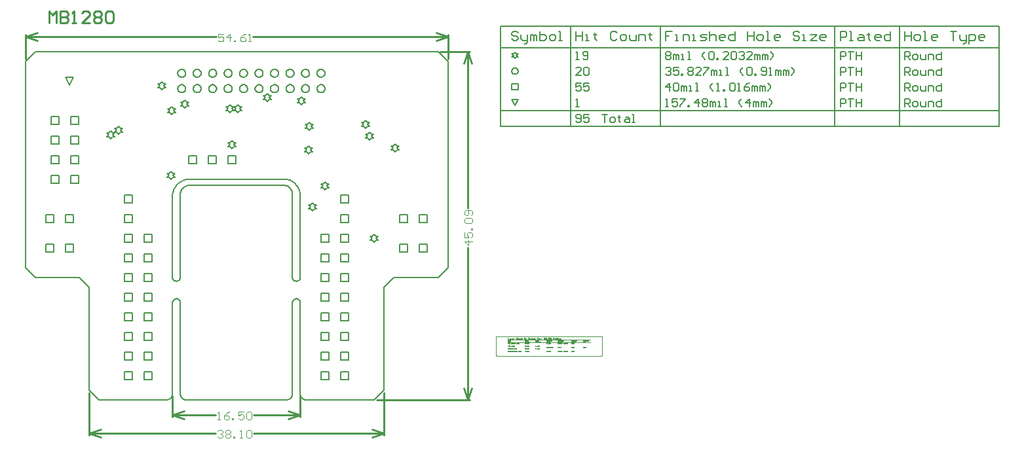
<source format=gbr>
%FSTAX23Y23*%
%MOIN*%
%SFA1B1*%

%IPPOS*%
%ADD19C,0.005000*%
%ADD21C,0.010000*%
%ADD32C,0.008000*%
%ADD48C,0.006670*%
%ADD49C,0.001000*%
%ADD50C,0.004000*%
%ADD51C,0.005330*%
%LNmb1280-1*%
%LPD*%
G54D19*
X01399Y-01741D02*
D01*
X01399Y-01744*
X01399Y-01746*
X01399Y-01748*
X014Y-0175*
X01401Y-01753*
X01401Y-01755*
X01402Y-01757*
X01404Y-01759*
X01405Y-01761*
X01406Y-01763*
X01408Y-01764*
X0141Y-01766*
X01411Y-01767*
X01413Y-01769*
X01415Y-0177*
X01417Y-01771*
X01419Y-01772*
X01422Y-01773*
X01424Y-01774*
X01426Y-01774*
X01428Y-01774*
X01431Y-01774*
X01432Y-01775*
X00749Y-0115D02*
D01*
X00749Y-01151*
X00749Y-01153*
X00749Y-01154*
X0075Y-01155*
X0075Y-01157*
X00751Y-01158*
X00751Y-01159*
X00752Y-0116*
X00753Y-01161*
X00754Y-01163*
X00754Y-01164*
X00755Y-01165*
X00756Y-01165*
X00758Y-01166*
X00759Y-01167*
X0076Y-01168*
X00761Y-01168*
X00763Y-01169*
X00764Y-01169*
X00765Y-01169*
X00767Y-01169*
X00768Y-0117*
X00769*
X00771Y-01169*
X00772Y-01169*
X00773Y-01169*
X00775Y-01169*
X00776Y-01168*
X00777Y-01168*
X00778Y-01167*
X0078Y-01166*
X00781Y-01165*
X00782Y-01165*
X00783Y-01164*
X00784Y-01163*
X00785Y-01161*
X00785Y-0116*
X00786Y-01159*
X00787Y-01158*
X00787Y-01157*
X00788Y-01155*
X00788Y-01154*
X00788Y-01153*
X00788Y-01151*
X00788Y-0115*
X00835Y-0065D02*
D01*
X00829Y-0065*
X00823Y-00651*
X00817Y-00652*
X00811Y-00653*
X00806Y-00655*
X008Y-00657*
X00795Y-0066*
X0079Y-00663*
X00785Y-00666*
X0078Y-0067*
X00775Y-00674*
X00771Y-00678*
X00767Y-00683*
X00764Y-00688*
X0076Y-00693*
X00758Y-00698*
X00755Y-00704*
X00753Y-0071*
X00751Y-00715*
X0075Y-00721*
X00749Y-00727*
X00749Y-00733*
X00749Y-00736*
X00835Y-00681D02*
D01*
X00832Y-00682*
X00829Y-00682*
X00825Y-00682*
X00822Y-00683*
X00819Y-00684*
X00816Y-00685*
X00813Y-00687*
X0081Y-00689*
X00808Y-0069*
X00805Y-00692*
X00803Y-00695*
X008Y-00697*
X00798Y-00699*
X00796Y-00702*
X00795Y-00705*
X00793Y-00708*
X00792Y-00711*
X00791Y-00714*
X0079Y-00717*
X00789Y-0072*
X00789Y-00723*
X00788Y-00727*
X00788Y-00728*
X01359D02*
D01*
X01359Y-00725*
X01359Y-00722*
X01358Y-00718*
X01357Y-00715*
X01356Y-00712*
X01355Y-00709*
X01354Y-00706*
X01352Y-00703*
X0135Y-00701*
X01348Y-00698*
X01346Y-00696*
X01344Y-00693*
X01341Y-00691*
X01338Y-00689*
X01336Y-00688*
X01333Y-00686*
X0133Y-00685*
X01327Y-00684*
X01324Y-00683*
X0132Y-00682*
X01317Y-00682*
X01314Y-00681*
X01312Y-00681*
X01399Y-00734D02*
D01*
X01398Y-00729*
X01398Y-00723*
X01397Y-00717*
X01395Y-00711*
X01393Y-00706*
X01391Y-007*
X01389Y-00695*
X01386Y-0069*
X01382Y-00685*
X01379Y-0068*
X01375Y-00676*
X01371Y-00672*
X01366Y-00668*
X01361Y-00664*
X01356Y-00661*
X01351Y-00658*
X01346Y-00656*
X0134Y-00654*
X01334Y-00652*
X01329Y-00651*
X01323Y-0065*
X01317Y-0065*
X01314Y-0065*
X01359Y-0115D02*
D01*
X01359Y-01151*
X01359Y-01153*
X0136Y-01154*
X0136Y-01155*
X0136Y-01157*
X01361Y-01158*
X01361Y-01159*
X01362Y-0116*
X01363Y-01161*
X01364Y-01163*
X01365Y-01164*
X01366Y-01165*
X01367Y-01165*
X01368Y-01166*
X01369Y-01167*
X0137Y-01168*
X01371Y-01168*
X01373Y-01169*
X01374Y-01169*
X01375Y-01169*
X01377Y-01169*
X01378Y-0117*
X0138*
X01381Y-01169*
X01382Y-01169*
X01384Y-01169*
X01385Y-01169*
X01386Y-01168*
X01387Y-01168*
X01389Y-01167*
X0139Y-01166*
X01391Y-01165*
X01392Y-01165*
X01393Y-01164*
X01394Y-01163*
X01395Y-01161*
X01396Y-0116*
X01396Y-01159*
X01397Y-01158*
X01397Y-01157*
X01398Y-01155*
X01398Y-01154*
X01398Y-01153*
X01398Y-01151*
X01399Y-0115*
Y-01278D02*
D01*
X01398Y-01277*
X01398Y-01276*
X01398Y-01274*
X01398Y-01273*
X01397Y-01272*
X01397Y-0127*
X01396Y-01269*
X01396Y-01268*
X01395Y-01267*
X01394Y-01266*
X01393Y-01265*
X01392Y-01264*
X01391Y-01263*
X0139Y-01262*
X01389Y-01261*
X01387Y-01261*
X01386Y-0126*
X01385Y-0126*
X01384Y-01259*
X01382Y-01259*
X01381Y-01259*
X0138Y-01259*
X01378*
X01377Y-01259*
X01375Y-01259*
X01374Y-01259*
X01373Y-0126*
X01371Y-0126*
X0137Y-01261*
X01369Y-01261*
X01368Y-01262*
X01367Y-01263*
X01366Y-01264*
X01365Y-01265*
X01364Y-01266*
X01363Y-01267*
X01362Y-01268*
X01361Y-01269*
X01361Y-0127*
X0136Y-01272*
X0136Y-01273*
X0136Y-01274*
X01359Y-01276*
X01359Y-01277*
X01359Y-01278*
X00716Y-01775D02*
D01*
X00718Y-01774*
X0072Y-01774*
X00723Y-01774*
X00725Y-01773*
X00727Y-01772*
X00729Y-01772*
X00731Y-01771*
X00733Y-01769*
X00735Y-01768*
X00737Y-01767*
X00739Y-01765*
X0074Y-01763*
X00742Y-01762*
X00743Y-0176*
X00744Y-01758*
X00746Y-01756*
X00746Y-01754*
X00747Y-01751*
X00748Y-01749*
X00748Y-01747*
X00749Y-01745*
X00749Y-01742*
X00749Y-01741*
X00788Y-01278D02*
D01*
X00788Y-01277*
X00788Y-01276*
X00788Y-01274*
X00788Y-01273*
X00787Y-01272*
X00787Y-0127*
X00786Y-01269*
X00785Y-01268*
X00785Y-01267*
X00784Y-01266*
X00783Y-01265*
X00782Y-01264*
X00781Y-01263*
X0078Y-01262*
X00778Y-01261*
X00777Y-01261*
X00776Y-0126*
X00775Y-0126*
X00773Y-01259*
X00772Y-01259*
X00771Y-01259*
X00769Y-01259*
X00768*
X00767Y-01259*
X00765Y-01259*
X00764Y-01259*
X00763Y-0126*
X00761Y-0126*
X0076Y-01261*
X00759Y-01261*
X00758Y-01262*
X00756Y-01263*
X00755Y-01264*
X00754Y-01265*
X00754Y-01266*
X00753Y-01267*
X00752Y-01268*
X00751Y-01269*
X00751Y-0127*
X0075Y-01272*
X0075Y-01273*
X00749Y-01274*
X00749Y-01276*
X00749Y-01277*
X00749Y-01278*
X00788Y-01741D02*
D01*
X00788Y-01744*
X00789Y-01746*
X00789Y-01748*
X0079Y-0175*
X0079Y-01753*
X00791Y-01755*
X00792Y-01757*
X00793Y-01759*
X00795Y-01761*
X00796Y-01763*
X00798Y-01764*
X00799Y-01766*
X00801Y-01767*
X00803Y-01769*
X00805Y-0177*
X00807Y-01771*
X00809Y-01772*
X00811Y-01773*
X00814Y-01774*
X00816Y-01774*
X00818Y-01774*
X0082Y-01774*
X00822Y-01775*
X01326D02*
D01*
X01328Y-01774*
X0133Y-01774*
X01333Y-01774*
X01335Y-01773*
X01337Y-01772*
X01339Y-01772*
X01341Y-01771*
X01343Y-01769*
X01345Y-01768*
X01347Y-01767*
X01349Y-01765*
X01351Y-01763*
X01352Y-01762*
X01353Y-0176*
X01355Y-01758*
X01356Y-01756*
X01357Y-01754*
X01358Y-01751*
X01358Y-01749*
X01359Y-01747*
X01359Y-01745*
X01359Y-01742*
X01359Y-01741*
X00749Y-0115D02*
Y-00736D01*
X00788Y-0115D02*
Y-00728D01*
X00835Y-00681D02*
X01312D01*
X00835Y-0065D02*
X01314D01*
X01359Y-0115D02*
Y-00728D01*
X01399Y-0115D02*
Y-00734D01*
X00275Y-0115D02*
X00325Y-012D01*
X0005Y-0115D02*
X00275D01*
X0Y-011D02*
X0005Y-0115D01*
X01875D02*
X021D01*
X0215Y-011*
X01825Y-012D02*
X01875Y-0115D01*
X01359Y-01741D02*
Y-0128D01*
X01399D02*
X01399Y-01741D01*
X00749D02*
Y-0128D01*
X00788Y-01741D02*
Y-0128D01*
X00822Y-01775D02*
X01326D01*
X0Y-0005D02*
X0005Y0D01*
X0Y-011D02*
Y-0005D01*
X00375Y-01775D02*
X00716D01*
X00325Y-01725D02*
X00375Y-01775D01*
X00325Y-01725D02*
Y-012D01*
X01775Y-01775D02*
X01825Y-01725D01*
X01432Y-01775D02*
X01775D01*
X01825Y-01725D02*
Y-012D01*
X0005Y0D02*
X021D01*
X0215Y-0005*
Y-011D02*
Y-0005D01*
X01505Y-0137D02*
Y-0133D01*
X01545*
Y-0137*
X01505*
Y-0157D02*
Y-0153D01*
X01545*
Y-0157*
X01505*
Y-0127D02*
Y-0123D01*
X01545*
Y-0127*
X01505*
Y-0117D02*
Y-0113D01*
X01545*
Y-0117*
X01505*
Y-0107D02*
Y-0103D01*
X01545*
Y-0107*
X01505*
Y-0097D02*
Y-0093D01*
X01545*
Y-0097*
X01505*
Y-0167D02*
Y-0163D01*
X01545*
Y-0167*
X01505*
Y-0147D02*
Y-0143D01*
X01545*
Y-0147*
X01505*
X00605D02*
Y-0143D01*
X00645*
Y-0147*
X00605*
Y-0167D02*
Y-0163D01*
X00645*
Y-0167*
X00605*
Y-0097D02*
Y-0093D01*
X00645*
Y-0097*
X00605*
Y-0107D02*
Y-0103D01*
X00645*
Y-0107*
X00605*
Y-0117D02*
Y-0113D01*
X00645*
Y-0117*
X00605*
Y-0127D02*
Y-0123D01*
X00645*
Y-0127*
X00605*
Y-0157D02*
Y-0153D01*
X00645*
Y-0157*
X00605*
Y-0137D02*
Y-0133D01*
X00645*
Y-0137*
X00605*
X0013Y-0067D02*
Y-0063D01*
X0017*
Y-0067*
X0013*
Y-0057D02*
Y-0053D01*
X0017*
Y-0057*
X0013*
Y-0047D02*
Y-0043D01*
X0017*
Y-0047*
X0013*
Y-0037D02*
Y-0033D01*
X0017*
Y-0037*
X0013*
X0023Y-0067D02*
Y-0063D01*
X0027*
Y-0067*
X0023*
Y-0057D02*
Y-0053D01*
X0027*
Y-0057*
X0023*
Y-0047D02*
Y-0043D01*
X0027*
Y-0047*
X0023*
Y-0037D02*
Y-0033D01*
X0027*
Y-0037*
X0023*
X01605Y-0107D02*
Y-0103D01*
X01645*
Y-0107*
X01605*
Y-0087D02*
Y-0083D01*
X01645*
Y-0087*
X01605*
Y-0077D02*
Y-0073D01*
X01645*
Y-0077*
X01605*
Y-0117D02*
Y-0113D01*
X01645*
Y-0117*
X01605*
Y-0097D02*
Y-0093D01*
X01645*
Y-0097*
X01605*
Y-0127D02*
Y-0123D01*
X01645*
Y-0127*
X01605*
Y-0137D02*
Y-0133D01*
X01645*
Y-0137*
X01605*
Y-0147D02*
Y-0143D01*
X01645*
Y-0147*
X01605*
Y-0157D02*
Y-0153D01*
X01645*
Y-0157*
X01605*
Y-0167D02*
Y-0163D01*
X01645*
Y-0167*
X01605*
X00505D02*
Y-0163D01*
X00545*
Y-0167*
X00505*
Y-0157D02*
Y-0153D01*
X00545*
Y-0157*
X00505*
Y-0147D02*
Y-0143D01*
X00545*
Y-0147*
X00505*
Y-0137D02*
Y-0133D01*
X00545*
Y-0137*
X00505*
Y-0127D02*
Y-0123D01*
X00545*
Y-0127*
X00505*
Y-0097D02*
Y-0093D01*
X00545*
Y-0097*
X00505*
Y-0117D02*
Y-0113D01*
X00545*
Y-0117*
X00505*
Y-0077D02*
Y-0073D01*
X00545*
Y-0077*
X00505*
Y-0087D02*
Y-0083D01*
X00545*
Y-0087*
X00505*
Y-0107D02*
Y-0103D01*
X00545*
Y-0107*
X00505*
X00105Y-0102D02*
Y-0098D01*
X00145*
Y-0102*
X00105*
X00205D02*
Y-0098D01*
X00245*
Y-0102*
X00205*
X02005D02*
Y-0098D01*
X02045*
Y-0102*
X02005*
X01905D02*
Y-0098D01*
X01945*
Y-0102*
X01905*
X0083Y-0057D02*
Y-0053D01*
X0087*
Y-0057*
X0083*
X0093D02*
Y-0053D01*
X0097*
Y-0057*
X0093*
X0103D02*
Y-0053D01*
X0107*
Y-0057*
X0103*
X00225Y-0017D02*
X00205Y-0013D01*
X00245*
X00225Y-0017*
X02005Y-0087D02*
Y-0083D01*
X02045*
Y-0087*
X02005*
X01905D02*
Y-0083D01*
X01945*
Y-0087*
X01905*
X00105D02*
Y-0083D01*
X00145*
Y-0087*
X00105*
X00205D02*
Y-0083D01*
X00245*
Y-0087*
X00205*
X00435Y-00445D02*
X00445Y-00435D01*
X00455*
X00445Y-00425*
X00455Y-00415*
X00445*
X00435Y-00405*
X00425Y-00415*
X00415*
X00425Y-00425*
X00415Y-00435*
X00425*
X00435Y-00445*
X00475Y-0042D02*
X00485Y-0041D01*
X00495*
X00485Y-004*
X00495Y-0039*
X00485*
X00475Y-0038*
X00465Y-0039*
X00455*
X00465Y-004*
X00455Y-0041*
X00465*
X00475Y-0042*
X0146Y-0081D02*
X0147Y-008D01*
X0148*
X0147Y-0079*
X0148Y-0078*
X0147*
X0146Y-0077*
X0145Y-0078*
X0144*
X0145Y-0079*
X0144Y-008*
X0145*
X0146Y-0081*
X01775Y-0097D02*
X01785Y-0096D01*
X01795*
X01785Y-0095*
X01795Y-0094*
X01785*
X01775Y-0093*
X01765Y-0094*
X01755*
X01765Y-0095*
X01755Y-0096*
X01765*
X01775Y-0097*
X0105Y-00495D02*
X0106Y-00485D01*
X0107*
X0106Y-00475*
X0107Y-00465*
X0106*
X0105Y-00455*
X0104Y-00465*
X0103*
X0104Y-00475*
X0103Y-00485*
X0104*
X0105Y-00495*
X00695Y-00195D02*
X00705Y-00185D01*
X00715*
X00705Y-00175*
X00715Y-00165*
X00705*
X00695Y-00155*
X00685Y-00165*
X00675*
X00685Y-00175*
X00675Y-00185*
X00685*
X00695Y-00195*
X0074Y-0065D02*
X0075Y-0064D01*
X0076*
X0075Y-0063*
X0076Y-0062*
X0075*
X0074Y-0061*
X0073Y-0062*
X0072*
X0073Y-0063*
X0072Y-0064*
X0073*
X0074Y-0065*
X0173Y-0039D02*
X0174Y-0038D01*
X0175*
X0174Y-0037*
X0175Y-0036*
X0174*
X0173Y-0035*
X0172Y-0036*
X0171*
X0172Y-0037*
X0171Y-0038*
X0172*
X0173Y-0039*
X0175Y-0045D02*
X0176Y-0044D01*
X0177*
X0176Y-0043*
X0177Y-0042*
X0176*
X0175Y-0041*
X0174Y-0042*
X0173*
X0174Y-0043*
X0173Y-0044*
X0174*
X0175Y-0045*
X01525Y-00705D02*
X01535Y-00695D01*
X01545*
X01535Y-00685*
X01545Y-00675*
X01535*
X01525Y-00665*
X01515Y-00675*
X01505*
X01515Y-00685*
X01505Y-00695*
X01515*
X01525Y-00705*
X0144Y-0052D02*
X0145Y-0051D01*
X0146*
X0145Y-005*
X0146Y-0049*
X0145*
X0144Y-0048*
X0143Y-0049*
X0142*
X0143Y-005*
X0142Y-0051*
X0143*
X0144Y-0052*
X0188Y-0051D02*
X0189Y-005D01*
X019*
X0189Y-0049*
X019Y-0048*
X0189*
X0188Y-0047*
X0187Y-0048*
X0186*
X0187Y-0049*
X0186Y-005*
X0187*
X0188Y-0051*
X0123Y-00255D02*
X0124Y-00245D01*
X0125*
X0124Y-00235*
X0125Y-00225*
X0124*
X0123Y-00215*
X0122Y-00225*
X0121*
X0122Y-00235*
X0121Y-00245*
X0122*
X0123Y-00255*
X0081Y-00287D02*
X0082Y-00277D01*
X0083*
X0082Y-00267*
X0083Y-00257*
X0082*
X0081Y-00247*
X008Y-00257*
X0079*
X008Y-00267*
X0079Y-00277*
X008*
X0081Y-00287*
X00745Y-0032D02*
X00755Y-0031D01*
X00765*
X00755Y-003*
X00765Y-0029*
X00755*
X00745Y-0028*
X00735Y-0029*
X00725*
X00735Y-003*
X00725Y-0031*
X00735*
X00745Y-0032*
X01405Y-0027D02*
X01415Y-0026D01*
X01425*
X01415Y-0025*
X01425Y-0024*
X01415*
X01405Y-0023*
X01395Y-0024*
X01385*
X01395Y-0025*
X01385Y-0026*
X01395*
X01405Y-0027*
X01445Y-004D02*
X01455Y-0039D01*
X01465*
X01455Y-0038*
X01465Y-0037*
X01455*
X01445Y-0036*
X01435Y-0037*
X01425*
X01435Y-0038*
X01425Y-0039*
X01435*
X01445Y-004*
X0104Y-0031D02*
X0105Y-003D01*
X0106*
X0105Y-0029*
X0106Y-0028*
X0105*
X0104Y-0027*
X0103Y-0028*
X0102*
X0103Y-0029*
X0102Y-003*
X0103*
X0104Y-0031*
X0108D02*
X0109Y-003D01*
X011*
X0109Y-0029*
X011Y-0028*
X0109*
X0108Y-0027*
X0107Y-0028*
X0106*
X0107Y-0029*
X0106Y-003*
X0107*
X0108Y-0031*
X02491Y-00036D02*
X02499Y-00028D01*
X02507*
X02499Y-0002*
X02507Y-00012*
X02499*
X02491Y-00004*
X02483Y-00012*
X02475*
X02483Y-0002*
X02475Y-00028*
X02483*
X02491Y-00036*
X02802Y-0004D02*
X02816D01*
X02809*
Y0*
X02802Y-00006*
X02836Y-00033D02*
X02842Y-0004D01*
X02856*
X02862Y-00033*
Y-00006*
X02856Y0*
X02842*
X02836Y-00006*
Y-00013*
X02842Y-0002*
X02862*
X03258Y-00006D02*
X03265Y0D01*
X03278*
X03285Y-00006*
Y-00013*
X03278Y-0002*
X03285Y-00026*
Y-00033*
X03278Y-0004*
X03265*
X03258Y-00033*
Y-00026*
X03265Y-0002*
X03258Y-00013*
Y-00006*
X03265Y-0002D02*
X03278D01*
X03298Y-0004D02*
Y-00013D01*
X03305*
X03312Y-0002*
Y-0004*
Y-0002*
X03318Y-00013*
X03325Y-0002*
Y-0004*
X03338D02*
X03352D01*
X03345*
Y-00013*
X03338*
X03372Y-0004D02*
X03385D01*
X03378*
Y0*
X03372*
X03458Y-0004D02*
X03445Y-00026D01*
Y-00013*
X03458Y0*
X03478Y-00006D02*
X03485Y0D01*
X03498*
X03505Y-00006*
Y-00033*
X03498Y-0004*
X03485*
X03478Y-00033*
Y-00006*
X03518Y-0004D02*
Y-00033D01*
X03525*
Y-0004*
X03518*
X03578D02*
X03552D01*
X03578Y-00013*
Y-00006*
X03572Y0*
X03558*
X03552Y-00006*
X03592D02*
X03598Y0D01*
X03612*
X03618Y-00006*
Y-00033*
X03612Y-0004*
X03598*
X03592Y-00033*
Y-00006*
X03632D02*
X03638Y0D01*
X03652*
X03658Y-00006*
Y-00013*
X03652Y-0002*
X03645*
X03652*
X03658Y-00026*
Y-00033*
X03652Y-0004*
X03638*
X03632Y-00033*
X03698Y-0004D02*
X03671D01*
X03698Y-00013*
Y-00006*
X03691Y0*
X03678*
X03671Y-00006*
X03711Y-0004D02*
Y-00013D01*
X03718*
X03725Y-0002*
Y-0004*
Y-0002*
X03731Y-00013*
X03738Y-0002*
Y-0004*
X03751D02*
Y-00013D01*
X03758*
X03765Y-0002*
Y-0004*
Y-0002*
X03771Y-00013*
X03778Y-0002*
Y-0004*
X03791D02*
X03805Y-00026D01*
Y-00013*
X03791Y0*
X04146Y-0004D02*
Y0D01*
X04166*
X04173Y-00006*
Y-0002*
X04166Y-00026*
X04146*
X04186Y0D02*
X04213D01*
X04199*
Y-0004*
X04226Y0D02*
Y-0004D01*
Y-0002*
X04253*
Y0*
Y-0004*
X04474D02*
Y0D01*
X04494*
X04501Y-00006*
Y-0002*
X04494Y-00026*
X04474*
X04487D02*
X04501Y-0004D01*
X04521D02*
X04534D01*
X04541Y-00033*
Y-0002*
X04534Y-00013*
X04521*
X04514Y-0002*
Y-00033*
X04521Y-0004*
X04554Y-00013D02*
Y-00033D01*
X04561Y-0004*
X04581*
Y-00013*
X04594Y-0004D02*
Y-00013D01*
X04614*
X04621Y-0002*
Y-0004*
X04661Y0D02*
Y-0004D01*
X04641*
X04634Y-00033*
Y-0002*
X04641Y-00013*
X04661*
X02829Y-0012D02*
X02802D01*
X02829Y-00093*
Y-00086*
X02822Y-0008*
X02809*
X02802Y-00086*
X02842D02*
X02849Y-0008D01*
X02862*
X02869Y-00086*
Y-00113*
X02862Y-0012*
X02849*
X02842Y-00113*
Y-00086*
X03258D02*
X03265Y-0008D01*
X03278*
X03285Y-00086*
Y-00093*
X03278Y-001*
X03272*
X03278*
X03285Y-00106*
Y-00113*
X03278Y-0012*
X03265*
X03258Y-00113*
X03325Y-0008D02*
X03298D01*
Y-001*
X03312Y-00093*
X03318*
X03325Y-001*
Y-00113*
X03318Y-0012*
X03305*
X03298Y-00113*
X03338Y-0012D02*
Y-00113D01*
X03345*
Y-0012*
X03338*
X03372Y-00086D02*
X03378Y-0008D01*
X03392*
X03398Y-00086*
Y-00093*
X03392Y-001*
X03398Y-00106*
Y-00113*
X03392Y-0012*
X03378*
X03372Y-00113*
Y-00106*
X03378Y-001*
X03372Y-00093*
Y-00086*
X03378Y-001D02*
X03392D01*
X03438Y-0012D02*
X03412D01*
X03438Y-00093*
Y-00086*
X03432Y-0008*
X03418*
X03412Y-00086*
X03452Y-0008D02*
X03478D01*
Y-00086*
X03452Y-00113*
Y-0012*
X03492D02*
Y-00093D01*
X03498*
X03505Y-001*
Y-0012*
Y-001*
X03512Y-00093*
X03518Y-001*
Y-0012*
X03532D02*
X03545D01*
X03538*
Y-00093*
X03532*
X03565Y-0012D02*
X03578D01*
X03572*
Y-0008*
X03565*
X03652Y-0012D02*
X03638Y-00106D01*
Y-00093*
X03652Y-0008*
X03671Y-00086D02*
X03678Y-0008D01*
X03691*
X03698Y-00086*
Y-00113*
X03691Y-0012*
X03678*
X03671Y-00113*
Y-00086*
X03711Y-0012D02*
Y-00113D01*
X03718*
Y-0012*
X03711*
X03745Y-00113D02*
X03751Y-0012D01*
X03765*
X03771Y-00113*
Y-00086*
X03765Y-0008*
X03751*
X03745Y-00086*
Y-00093*
X03751Y-001*
X03771*
X03785Y-0012D02*
X03798D01*
X03791*
Y-0008*
X03785Y-00086*
X03818Y-0012D02*
Y-00093D01*
X03825*
X03831Y-001*
Y-0012*
Y-001*
X03838Y-00093*
X03845Y-001*
Y-0012*
X03858D02*
Y-00093D01*
X03865*
X03871Y-001*
Y-0012*
Y-001*
X03878Y-00093*
X03885Y-001*
Y-0012*
X03898D02*
X03911Y-00106D01*
Y-00093*
X03898Y-0008*
X04146Y-0012D02*
Y-0008D01*
X04166*
X04173Y-00086*
Y-001*
X04166Y-00106*
X04146*
X04186Y-0008D02*
X04213D01*
X04199*
Y-0012*
X04226Y-0008D02*
Y-0012D01*
Y-001*
X04253*
Y-0008*
Y-0012*
X04474D02*
Y-0008D01*
X04494*
X04501Y-00086*
Y-001*
X04494Y-00106*
X04474*
X04487D02*
X04501Y-0012D01*
X04521D02*
X04534D01*
X04541Y-00113*
Y-001*
X04534Y-00093*
X04521*
X04514Y-001*
Y-00113*
X04521Y-0012*
X04554Y-00093D02*
Y-00113D01*
X04561Y-0012*
X04581*
Y-00093*
X04594Y-0012D02*
Y-00093D01*
X04614*
X04621Y-001*
Y-0012*
X04661Y-0008D02*
Y-0012D01*
X04641*
X04634Y-00113*
Y-001*
X04641Y-00093*
X04661*
X02475Y-00196D02*
Y-00164D01*
X02507*
Y-00196*
X02475*
X02829Y-0016D02*
X02802D01*
Y-0018*
X02816Y-00173*
X02822*
X02829Y-0018*
Y-00193*
X02822Y-002*
X02809*
X02802Y-00193*
X02869Y-0016D02*
X02842D01*
Y-0018*
X02856Y-00173*
X02862*
X02869Y-0018*
Y-00193*
X02862Y-002*
X02849*
X02842Y-00193*
X03278Y-002D02*
Y-0016D01*
X03258Y-0018*
X03285*
X03298Y-00166D02*
X03305Y-0016D01*
X03318*
X03325Y-00166*
Y-00193*
X03318Y-002*
X03305*
X03298Y-00193*
Y-00166*
X03338Y-002D02*
Y-00173D01*
X03345*
X03352Y-0018*
Y-002*
Y-0018*
X03358Y-00173*
X03365Y-0018*
Y-002*
X03378D02*
X03392D01*
X03385*
Y-00173*
X03378*
X03412Y-002D02*
X03425D01*
X03418*
Y-0016*
X03412*
X03498Y-002D02*
X03485Y-00186D01*
Y-00173*
X03498Y-0016*
X03518Y-002D02*
X03532D01*
X03525*
Y-0016*
X03518Y-00166*
X03552Y-002D02*
Y-00193D01*
X03558*
Y-002*
X03552*
X03585Y-00166D02*
X03592Y-0016D01*
X03605*
X03612Y-00166*
Y-00193*
X03605Y-002*
X03592*
X03585Y-00193*
Y-00166*
X03625Y-002D02*
X03638D01*
X03632*
Y-0016*
X03625Y-00166*
X03685Y-0016D02*
X03671Y-00166D01*
X03658Y-0018*
Y-00193*
X03665Y-002*
X03678*
X03685Y-00193*
Y-00186*
X03678Y-0018*
X03658*
X03698Y-002D02*
Y-00173D01*
X03705*
X03711Y-0018*
Y-002*
Y-0018*
X03718Y-00173*
X03725Y-0018*
Y-002*
X03738D02*
Y-00173D01*
X03745*
X03751Y-0018*
Y-002*
Y-0018*
X03758Y-00173*
X03765Y-0018*
Y-002*
X03778D02*
X03791Y-00186D01*
Y-00173*
X03778Y-0016*
X04146Y-002D02*
Y-0016D01*
X04166*
X04173Y-00166*
Y-0018*
X04166Y-00186*
X04146*
X04186Y-0016D02*
X04213D01*
X04199*
Y-002*
X04226Y-0016D02*
Y-002D01*
Y-0018*
X04253*
Y-0016*
Y-002*
X04474D02*
Y-0016D01*
X04494*
X04501Y-00166*
Y-0018*
X04494Y-00186*
X04474*
X04487D02*
X04501Y-002D01*
X04521D02*
X04534D01*
X04541Y-00193*
Y-0018*
X04534Y-00173*
X04521*
X04514Y-0018*
Y-00193*
X04521Y-002*
X04554Y-00173D02*
Y-00193D01*
X04561Y-002*
X04581*
Y-00173*
X04594Y-002D02*
Y-00173D01*
X04614*
X04621Y-0018*
Y-002*
X04661Y-0016D02*
Y-002D01*
X04641*
X04634Y-00193*
Y-0018*
X04641Y-00173*
X04661*
X02491Y-00276D02*
X02475Y-00244D01*
X02507*
X02491Y-00276*
X02802Y-0028D02*
X02816D01*
X02809*
Y-0024*
X02802Y-00246*
X03258Y-0028D02*
X03272D01*
X03265*
Y-0024*
X03258Y-00246*
X03318Y-0024D02*
X03292D01*
Y-0026*
X03305Y-00253*
X03312*
X03318Y-0026*
Y-00273*
X03312Y-0028*
X03298*
X03292Y-00273*
X03332Y-0024D02*
X03358D01*
Y-00246*
X03332Y-00273*
Y-0028*
X03372D02*
Y-00273D01*
X03378*
Y-0028*
X03372*
X03425D02*
Y-0024D01*
X03405Y-0026*
X03432*
X03445Y-00246D02*
X03452Y-0024D01*
X03465*
X03472Y-00246*
Y-00253*
X03465Y-0026*
X03472Y-00266*
Y-00273*
X03465Y-0028*
X03452*
X03445Y-00273*
Y-00266*
X03452Y-0026*
X03445Y-00253*
Y-00246*
X03452Y-0026D02*
X03465D01*
X03485Y-0028D02*
Y-00253D01*
X03492*
X03498Y-0026*
Y-0028*
Y-0026*
X03505Y-00253*
X03512Y-0026*
Y-0028*
X03525D02*
X03538D01*
X03532*
Y-00253*
X03525*
X03558Y-0028D02*
X03572D01*
X03565*
Y-0024*
X03558*
X03645Y-0028D02*
X03632Y-00266D01*
Y-00253*
X03645Y-0024*
X03685Y-0028D02*
Y-0024D01*
X03665Y-0026*
X03691*
X03705Y-0028D02*
Y-00253D01*
X03711*
X03718Y-0026*
Y-0028*
Y-0026*
X03725Y-00253*
X03731Y-0026*
Y-0028*
X03745D02*
Y-00253D01*
X03751*
X03758Y-0026*
Y-0028*
Y-0026*
X03765Y-00253*
X03771Y-0026*
Y-0028*
X03785D02*
X03798Y-00266D01*
Y-00253*
X03785Y-0024*
X04146Y-0028D02*
Y-0024D01*
X04166*
X04173Y-00246*
Y-0026*
X04166Y-00266*
X04146*
X04186Y-0024D02*
X04213D01*
X04199*
Y-0028*
X04226Y-0024D02*
Y-0028D01*
Y-0026*
X04253*
Y-0024*
Y-0028*
X04474D02*
Y-0024D01*
X04494*
X04501Y-00246*
Y-0026*
X04494Y-00266*
X04474*
X04487D02*
X04501Y-0028D01*
X04521D02*
X04534D01*
X04541Y-00273*
Y-0026*
X04534Y-00253*
X04521*
X04514Y-0026*
Y-00273*
X04521Y-0028*
X04554Y-00253D02*
Y-00273D01*
X04561Y-0028*
X04581*
Y-00253*
X04594Y-0028D02*
Y-00253D01*
X04614*
X04621Y-0026*
Y-0028*
X04661Y-0024D02*
Y-0028D01*
X04641*
X04634Y-00273*
Y-0026*
X04641Y-00253*
X04661*
X02802Y-00353D02*
X02809Y-0036D01*
X02822*
X02829Y-00353*
Y-00326*
X02822Y-0032*
X02809*
X02802Y-00326*
Y-00333*
X02809Y-0034*
X02829*
X02869Y-0032D02*
X02842D01*
Y-0034*
X02856Y-00333*
X02862*
X02869Y-0034*
Y-00353*
X02862Y-0036*
X02849*
X02842Y-00353*
X02935Y-0032D02*
X02962D01*
X02948*
Y-0036*
X02982D02*
X02995D01*
X03002Y-00353*
Y-0034*
X02995Y-00333*
X02982*
X02975Y-0034*
Y-00353*
X02982Y-0036*
X03022Y-00326D02*
Y-00333D01*
X03015*
X03028*
X03022*
Y-00353*
X03028Y-0036*
X03055Y-00333D02*
X03068D01*
X03075Y-0034*
Y-0036*
X03055*
X03048Y-00353*
X03055Y-00346*
X03075*
X03088Y-0036D02*
X03102D01*
X03095*
Y-0032*
X03088*
G54D21*
X0012Y00145D02*
Y00204D01*
X00139Y00184*
X00159Y00204*
Y00145*
X00179Y00204D02*
Y00145D01*
X00209*
X00219Y00155*
Y00164*
X00209Y00174*
X00179*
X00209*
X00219Y00184*
Y00194*
X00209Y00204*
X00179*
X00239Y00145D02*
X00259D01*
X00249*
Y00204*
X00239Y00194*
X00329Y00145D02*
X00289D01*
X00329Y00184*
Y00194*
X00319Y00204*
X00299*
X00289Y00194*
X00349D02*
X00359Y00204D01*
X00379*
X00389Y00194*
Y00184*
X00379Y00174*
X00389Y00164*
Y00155*
X00379Y00145*
X00359*
X00349Y00155*
Y00164*
X00359Y00174*
X00349Y00184*
Y00194*
X00359Y00174D02*
X00379D01*
X00409Y00194D02*
X00419Y00204D01*
X00439*
X00449Y00194*
Y00155*
X00439Y00145*
X00419*
X00409Y00155*
Y00194*
X0215Y-00037D02*
Y00085D01*
X0Y-00037D02*
Y00085D01*
X01158Y00075D02*
X0215D01*
X0D02*
X00971D01*
X0209Y00095D02*
X0215Y00075D01*
X0209Y00055D02*
X0215Y00075D01*
X0D02*
X0006Y00055D01*
X0Y00075D02*
X0006Y00095D01*
X01787Y-01775D02*
X0226D01*
X02112Y0D02*
X0226D01*
X0225Y-01775D02*
Y-00997D01*
Y-00797D02*
Y0D01*
Y-01775D02*
X0227Y-01715D01*
X0223D02*
X0225Y-01775D01*
X0223Y-0006D02*
X0225Y0D01*
X0227Y-0006*
X01825Y-01955D02*
Y-01737D01*
X00325Y-01955D02*
Y-01737D01*
X01161Y-01945D02*
X01825D01*
X00325D02*
X00968D01*
X01765Y-01925D02*
X01825Y-01945D01*
X01765Y-01965D02*
X01825Y-01945D01*
X00325D02*
X00385Y-01965D01*
X00325Y-01945D02*
X00385Y-01925D01*
X01399Y-0186D02*
Y-01754D01*
X00749Y-0186D02*
Y-01754D01*
X0116Y-0185D02*
X01399D01*
X00749D02*
X00967D01*
X01339Y-0183D02*
X01399Y-0185D01*
X01339Y-0187D02*
X01399Y-0185D01*
X00749D02*
X00809Y-0187D01*
X00749Y-0185D02*
X00809Y-0183D01*
G54D32*
X02506Y00095D02*
X02498Y00103D01*
X02483*
X02475Y00095*
Y00087*
X02483Y00079*
X02498*
X02506Y00071*
Y00064*
X02498Y00056*
X02483*
X02475Y00064*
X02522Y00087D02*
Y00064D01*
X0253Y00056*
X02554*
Y00048*
X02546Y0004*
X02538*
X02554Y00056D02*
Y00087D01*
X0257Y00056D02*
Y00087D01*
X02578*
X02586Y00079*
Y00056*
Y00079*
X02594Y00087*
X02602Y00079*
Y00056*
X02618Y00103D02*
Y00056D01*
X02642*
X0265Y00064*
Y00071*
Y00079*
X02642Y00087*
X02618*
X02674Y00056D02*
X0269D01*
X02698Y00064*
Y00079*
X0269Y00087*
X02674*
X02666Y00079*
Y00064*
X02674Y00056*
X02714D02*
X0273D01*
X02722*
Y00103*
X02714*
X02802D02*
Y00056D01*
Y00079*
X02834*
Y00103*
Y00056*
X0285D02*
X02866D01*
X02858*
Y00087*
X0285*
X02898Y00095D02*
Y00087D01*
X0289*
X02906*
X02898*
Y00064*
X02906Y00056*
X0301Y00095D02*
X03002Y00103D01*
X02986*
X02978Y00095*
Y00064*
X02986Y00056*
X03002*
X0301Y00064*
X03034Y00056D02*
X0305D01*
X03058Y00064*
Y00079*
X0305Y00087*
X03034*
X03026Y00079*
Y00064*
X03034Y00056*
X03074Y00087D02*
Y00064D01*
X03082Y00056*
X03106*
Y00087*
X03122Y00056D02*
Y00087D01*
X03146*
X03154Y00079*
Y00056*
X03178Y00095D02*
Y00087D01*
X0317*
X03186*
X03178*
Y00064*
X03186Y00056*
X0329Y00103D02*
X03258D01*
Y00079*
X03274*
X03258*
Y00056*
X03306D02*
X03322D01*
X03314*
Y00087*
X03306*
X03346Y00056D02*
Y00087D01*
X0337*
X03378Y00079*
Y00056*
X03394D02*
X0341D01*
X03402*
Y00087*
X03394*
X03434Y00056D02*
X03458D01*
X03466Y00064*
X03458Y00071*
X03442*
X03434Y00079*
X03442Y00087*
X03466*
X03482Y00103D02*
Y00056D01*
Y00079*
X0349Y00087*
X03506*
X03514Y00079*
Y00056*
X03554D02*
X03538D01*
X0353Y00064*
Y00079*
X03538Y00087*
X03554*
X03562Y00079*
Y00071*
X0353*
X0361Y00103D02*
Y00056D01*
X03586*
X03578Y00064*
Y00079*
X03586Y00087*
X0361*
X03674Y00103D02*
Y00056D01*
Y00079*
X03706*
Y00103*
Y00056*
X0373D02*
X03746D01*
X03754Y00064*
Y00079*
X03746Y00087*
X0373*
X03722Y00079*
Y00064*
X0373Y00056*
X0377D02*
X03786D01*
X03778*
Y00103*
X0377*
X03834Y00056D02*
X03818D01*
X0381Y00064*
Y00079*
X03818Y00087*
X03834*
X03842Y00079*
Y00071*
X0381*
X03938Y00095D02*
X0393Y00103D01*
X03914*
X03906Y00095*
Y00087*
X03914Y00079*
X0393*
X03938Y00071*
Y00064*
X0393Y00056*
X03914*
X03906Y00064*
X03954Y00056D02*
X0397D01*
X03962*
Y00087*
X03954*
X03994D02*
X04026D01*
X03994Y00056*
X04026*
X04066D02*
X0405D01*
X04042Y00064*
Y00079*
X0405Y00087*
X04066*
X04074Y00079*
Y00071*
X04042*
X04146Y00056D02*
Y00103D01*
X0417*
X04178Y00095*
Y00079*
X0417Y00071*
X04146*
X04194Y00056D02*
X0421D01*
X04202*
Y00103*
X04194*
X04242Y00087D02*
X04258D01*
X04266Y00079*
Y00056*
X04242*
X04234Y00064*
X04242Y00071*
X04266*
X0429Y00095D02*
Y00087D01*
X04282*
X04298*
X0429*
Y00064*
X04298Y00056*
X04346D02*
X0433D01*
X04322Y00064*
Y00079*
X0433Y00087*
X04346*
X04354Y00079*
Y00071*
X04322*
X04402Y00103D02*
Y00056D01*
X04378*
X0437Y00064*
Y00079*
X04378Y00087*
X04402*
X04474Y00103D02*
Y00056D01*
Y00079*
X04506*
Y00103*
Y00056*
X0453D02*
X04546D01*
X04554Y00064*
Y00079*
X04546Y00087*
X0453*
X04522Y00079*
Y00064*
X0453Y00056*
X0457D02*
X04586D01*
X04578*
Y00103*
X0457*
X04634Y00056D02*
X04618D01*
X0461Y00064*
Y00079*
X04618Y00087*
X04634*
X04642Y00079*
Y00071*
X0461*
X04706Y00103D02*
X04738D01*
X04722*
Y00056*
X04754Y00087D02*
Y00064D01*
X04762Y00056*
X04786*
Y00048*
X04778Y0004*
X0477*
X04786Y00056D02*
Y00087D01*
X04802Y0004D02*
Y00087D01*
X04826*
X04834Y00079*
Y00064*
X04826Y00056*
X04802*
X04874D02*
X04858D01*
X0485Y00064*
Y00079*
X04858Y00087*
X04874*
X04882Y00079*
Y00071*
X0485*
X02419Y00128D02*
X04954D01*
X02419Y0002D02*
X04954D01*
X02419Y00128D02*
Y-0038D01*
X04954Y00128D02*
Y-0038D01*
X02774Y00128D02*
Y-0038D01*
X0323Y00128D02*
Y-0038D01*
X04118Y00128D02*
Y-0038D01*
X04446Y00128D02*
Y-0038D01*
X02419Y-003D02*
X04954D01*
X02419Y-0038D02*
X04954D01*
G54D48*
X00815Y-0011D02*
D01*
X00815Y-00109*
X00815Y-00107*
X00815Y-00106*
X00814Y-00105*
X00814Y-00103*
X00813Y-00102*
X00813Y-00101*
X00812Y-001*
X00811Y-00098*
X0081Y-00097*
X0081Y-00096*
X00809Y-00095*
X00807Y-00094*
X00806Y-00094*
X00805Y-00093*
X00804Y-00092*
X00803Y-00092*
X00801Y-00091*
X008Y-00091*
X00799Y-0009*
X00797Y-0009*
X00796Y-0009*
X00794*
X00793Y-0009*
X00792Y-0009*
X0079Y-00091*
X00789Y-00091*
X00788Y-00092*
X00786Y-00092*
X00785Y-00093*
X00784Y-00094*
X00783Y-00094*
X00782Y-00095*
X00781Y-00096*
X0078Y-00097*
X00779Y-00098*
X00778Y-001*
X00778Y-00101*
X00777Y-00102*
X00776Y-00103*
X00776Y-00105*
X00776Y-00106*
X00775Y-00107*
X00775Y-00109*
X00775Y-0011*
X00775Y-00112*
X00775Y-00113*
X00776Y-00114*
X00776Y-00116*
X00776Y-00117*
X00777Y-00118*
X00778Y-0012*
X00778Y-00121*
X00779Y-00122*
X0078Y-00123*
X00781Y-00124*
X00782Y-00125*
X00783Y-00126*
X00784Y-00127*
X00785Y-00127*
X00786Y-00128*
X00788Y-00129*
X00789Y-00129*
X0079Y-0013*
X00792Y-0013*
X00793Y-0013*
X00794Y-0013*
X00796*
X00797Y-0013*
X00799Y-0013*
X008Y-0013*
X00801Y-00129*
X00803Y-00129*
X00804Y-00128*
X00805Y-00127*
X00806Y-00127*
X00807Y-00126*
X00809Y-00125*
X0081Y-00124*
X0081Y-00123*
X00811Y-00122*
X00812Y-00121*
X00813Y-0012*
X00813Y-00118*
X00814Y-00117*
X00814Y-00116*
X00815Y-00114*
X00815Y-00113*
X00815Y-00112*
X00815Y-0011*
X00894D02*
D01*
X00894Y-00109*
X00894Y-00107*
X00893Y-00106*
X00893Y-00105*
X00893Y-00103*
X00892Y-00102*
X00892Y-00101*
X00891Y-001*
X0089Y-00098*
X00889Y-00097*
X00888Y-00096*
X00887Y-00095*
X00886Y-00094*
X00885Y-00094*
X00884Y-00093*
X00883Y-00092*
X00881Y-00092*
X0088Y-00091*
X00879Y-00091*
X00877Y-0009*
X00876Y-0009*
X00875Y-0009*
X00873*
X00872Y-0009*
X0087Y-0009*
X00869Y-00091*
X00868Y-00091*
X00866Y-00092*
X00865Y-00092*
X00864Y-00093*
X00863Y-00094*
X00862Y-00094*
X00861Y-00095*
X0086Y-00096*
X00859Y-00097*
X00858Y-00098*
X00857Y-001*
X00856Y-00101*
X00856Y-00102*
X00855Y-00103*
X00855Y-00105*
X00854Y-00106*
X00854Y-00107*
X00854Y-00109*
X00854Y-0011*
X00854Y-00112*
X00854Y-00113*
X00854Y-00114*
X00855Y-00116*
X00855Y-00117*
X00856Y-00118*
X00856Y-0012*
X00857Y-00121*
X00858Y-00122*
X00859Y-00123*
X0086Y-00124*
X00861Y-00125*
X00862Y-00126*
X00863Y-00127*
X00864Y-00127*
X00865Y-00128*
X00866Y-00129*
X00868Y-00129*
X00869Y-0013*
X0087Y-0013*
X00872Y-0013*
X00873Y-0013*
X00875*
X00876Y-0013*
X00877Y-0013*
X00879Y-0013*
X0088Y-00129*
X00881Y-00129*
X00883Y-00128*
X00884Y-00127*
X00885Y-00127*
X00886Y-00126*
X00887Y-00125*
X00888Y-00124*
X00889Y-00123*
X0089Y-00122*
X00891Y-00121*
X00892Y-0012*
X00892Y-00118*
X00893Y-00117*
X00893Y-00116*
X00893Y-00114*
X00894Y-00113*
X00894Y-00112*
X00894Y-0011*
X00973D02*
D01*
X00973Y-00109*
X00972Y-00107*
X00972Y-00106*
X00972Y-00105*
X00971Y-00103*
X00971Y-00102*
X0097Y-00101*
X0097Y-001*
X00969Y-00098*
X00968Y-00097*
X00967Y-00096*
X00966Y-00095*
X00965Y-00094*
X00964Y-00094*
X00963Y-00093*
X00961Y-00092*
X0096Y-00092*
X00959Y-00091*
X00957Y-00091*
X00956Y-0009*
X00955Y-0009*
X00953Y-0009*
X00952*
X00951Y-0009*
X00949Y-0009*
X00948Y-00091*
X00946Y-00091*
X00945Y-00092*
X00944Y-00092*
X00943Y-00093*
X00941Y-00094*
X0094Y-00094*
X00939Y-00095*
X00938Y-00096*
X00937Y-00097*
X00936Y-00098*
X00936Y-001*
X00935Y-00101*
X00934Y-00102*
X00934Y-00103*
X00933Y-00105*
X00933Y-00106*
X00933Y-00107*
X00933Y-00109*
X00933Y-0011*
X00933Y-00112*
X00933Y-00113*
X00933Y-00114*
X00933Y-00116*
X00934Y-00117*
X00934Y-00118*
X00935Y-0012*
X00936Y-00121*
X00936Y-00122*
X00937Y-00123*
X00938Y-00124*
X00939Y-00125*
X0094Y-00126*
X00941Y-00127*
X00943Y-00127*
X00944Y-00128*
X00945Y-00129*
X00946Y-00129*
X00948Y-0013*
X00949Y-0013*
X00951Y-0013*
X00952Y-0013*
X00953*
X00955Y-0013*
X00956Y-0013*
X00957Y-0013*
X00959Y-00129*
X0096Y-00129*
X00961Y-00128*
X00963Y-00127*
X00964Y-00127*
X00965Y-00126*
X00966Y-00125*
X00967Y-00124*
X00968Y-00123*
X00969Y-00122*
X0097Y-00121*
X0097Y-0012*
X00971Y-00118*
X00971Y-00117*
X00972Y-00116*
X00972Y-00114*
X00972Y-00113*
X00973Y-00112*
X00973Y-0011*
X01051D02*
D01*
X01051Y-00109*
X01051Y-00107*
X01051Y-00106*
X01051Y-00105*
X0105Y-00103*
X0105Y-00102*
X01049Y-00101*
X01048Y-001*
X01048Y-00098*
X01047Y-00097*
X01046Y-00096*
X01045Y-00095*
X01044Y-00094*
X01043Y-00094*
X01041Y-00093*
X0104Y-00092*
X01039Y-00092*
X01038Y-00091*
X01036Y-00091*
X01035Y-0009*
X01033Y-0009*
X01032Y-0009*
X01031*
X01029Y-0009*
X01028Y-0009*
X01027Y-00091*
X01025Y-00091*
X01024Y-00092*
X01023Y-00092*
X01021Y-00093*
X0102Y-00094*
X01019Y-00094*
X01018Y-00095*
X01017Y-00096*
X01016Y-00097*
X01015Y-00098*
X01014Y-001*
X01014Y-00101*
X01013Y-00102*
X01013Y-00103*
X01012Y-00105*
X01012Y-00106*
X01012Y-00107*
X01011Y-00109*
X01011Y-0011*
X01011Y-00112*
X01012Y-00113*
X01012Y-00114*
X01012Y-00116*
X01013Y-00117*
X01013Y-00118*
X01014Y-0012*
X01014Y-00121*
X01015Y-00122*
X01016Y-00123*
X01017Y-00124*
X01018Y-00125*
X01019Y-00126*
X0102Y-00127*
X01021Y-00127*
X01023Y-00128*
X01024Y-00129*
X01025Y-00129*
X01027Y-0013*
X01028Y-0013*
X01029Y-0013*
X01031Y-0013*
X01032*
X01033Y-0013*
X01035Y-0013*
X01036Y-0013*
X01038Y-00129*
X01039Y-00129*
X0104Y-00128*
X01041Y-00127*
X01043Y-00127*
X01044Y-00126*
X01045Y-00125*
X01046Y-00124*
X01047Y-00123*
X01048Y-00122*
X01048Y-00121*
X01049Y-0012*
X0105Y-00118*
X0105Y-00117*
X01051Y-00116*
X01051Y-00114*
X01051Y-00113*
X01051Y-00112*
X01051Y-0011*
X0113D02*
D01*
X0113Y-00109*
X0113Y-00107*
X0113Y-00106*
X01129Y-00105*
X01129Y-00103*
X01128Y-00102*
X01128Y-00101*
X01127Y-001*
X01126Y-00098*
X01125Y-00097*
X01125Y-00096*
X01124Y-00095*
X01122Y-00094*
X01121Y-00094*
X0112Y-00093*
X01119Y-00092*
X01118Y-00092*
X01116Y-00091*
X01115Y-00091*
X01114Y-0009*
X01112Y-0009*
X01111Y-0009*
X01109*
X01108Y-0009*
X01107Y-0009*
X01105Y-00091*
X01104Y-00091*
X01103Y-00092*
X01101Y-00092*
X011Y-00093*
X01099Y-00094*
X01098Y-00094*
X01097Y-00095*
X01096Y-00096*
X01095Y-00097*
X01094Y-00098*
X01093Y-001*
X01092Y-00101*
X01092Y-00102*
X01091Y-00103*
X01091Y-00105*
X01091Y-00106*
X0109Y-00107*
X0109Y-00109*
X0109Y-0011*
X0109Y-00112*
X0109Y-00113*
X01091Y-00114*
X01091Y-00116*
X01091Y-00117*
X01092Y-00118*
X01092Y-0012*
X01093Y-00121*
X01094Y-00122*
X01095Y-00123*
X01096Y-00124*
X01097Y-00125*
X01098Y-00126*
X01099Y-00127*
X011Y-00127*
X01101Y-00128*
X01103Y-00129*
X01104Y-00129*
X01105Y-0013*
X01107Y-0013*
X01108Y-0013*
X01109Y-0013*
X01111*
X01112Y-0013*
X01114Y-0013*
X01115Y-0013*
X01116Y-00129*
X01118Y-00129*
X01119Y-00128*
X0112Y-00127*
X01121Y-00127*
X01122Y-00126*
X01124Y-00125*
X01125Y-00124*
X01125Y-00123*
X01126Y-00122*
X01127Y-00121*
X01128Y-0012*
X01128Y-00118*
X01129Y-00117*
X01129Y-00116*
X0113Y-00114*
X0113Y-00113*
X0113Y-00112*
X0113Y-0011*
X01209D02*
D01*
X01209Y-00109*
X01209Y-00107*
X01208Y-00106*
X01208Y-00105*
X01208Y-00103*
X01207Y-00102*
X01207Y-00101*
X01206Y-001*
X01205Y-00098*
X01204Y-00097*
X01203Y-00096*
X01202Y-00095*
X01201Y-00094*
X012Y-00094*
X01199Y-00093*
X01198Y-00092*
X01196Y-00092*
X01195Y-00091*
X01194Y-00091*
X01192Y-0009*
X01191Y-0009*
X0119Y-0009*
X01188*
X01187Y-0009*
X01185Y-0009*
X01184Y-00091*
X01183Y-00091*
X01181Y-00092*
X0118Y-00092*
X01179Y-00093*
X01178Y-00094*
X01177Y-00094*
X01175Y-00095*
X01174Y-00096*
X01174Y-00097*
X01173Y-00098*
X01172Y-001*
X01171Y-00101*
X01171Y-00102*
X0117Y-00103*
X0117Y-00105*
X01169Y-00106*
X01169Y-00107*
X01169Y-00109*
X01169Y-0011*
X01169Y-00112*
X01169Y-00113*
X01169Y-00114*
X0117Y-00116*
X0117Y-00117*
X01171Y-00118*
X01171Y-0012*
X01172Y-00121*
X01173Y-00122*
X01174Y-00123*
X01174Y-00124*
X01175Y-00125*
X01177Y-00126*
X01178Y-00127*
X01179Y-00127*
X0118Y-00128*
X01181Y-00129*
X01183Y-00129*
X01184Y-0013*
X01185Y-0013*
X01187Y-0013*
X01188Y-0013*
X0119*
X01191Y-0013*
X01192Y-0013*
X01194Y-0013*
X01195Y-00129*
X01196Y-00129*
X01198Y-00128*
X01199Y-00127*
X012Y-00127*
X01201Y-00126*
X01202Y-00125*
X01203Y-00124*
X01204Y-00123*
X01205Y-00122*
X01206Y-00121*
X01207Y-0012*
X01207Y-00118*
X01208Y-00117*
X01208Y-00116*
X01208Y-00114*
X01209Y-00113*
X01209Y-00112*
X01209Y-0011*
X01288D02*
D01*
X01288Y-00109*
X01287Y-00107*
X01287Y-00106*
X01287Y-00105*
X01286Y-00103*
X01286Y-00102*
X01285Y-00101*
X01285Y-001*
X01284Y-00098*
X01283Y-00097*
X01282Y-00096*
X01281Y-00095*
X0128Y-00094*
X01279Y-00094*
X01278Y-00093*
X01276Y-00092*
X01275Y-00092*
X01274Y-00091*
X01272Y-00091*
X01271Y-0009*
X0127Y-0009*
X01268Y-0009*
X01267*
X01266Y-0009*
X01264Y-0009*
X01263Y-00091*
X01261Y-00091*
X0126Y-00092*
X01259Y-00092*
X01258Y-00093*
X01256Y-00094*
X01255Y-00094*
X01254Y-00095*
X01253Y-00096*
X01252Y-00097*
X01251Y-00098*
X01251Y-001*
X0125Y-00101*
X01249Y-00102*
X01249Y-00103*
X01248Y-00105*
X01248Y-00106*
X01248Y-00107*
X01248Y-00109*
X01248Y-0011*
X01248Y-00112*
X01248Y-00113*
X01248Y-00114*
X01248Y-00116*
X01249Y-00117*
X01249Y-00118*
X0125Y-0012*
X01251Y-00121*
X01251Y-00122*
X01252Y-00123*
X01253Y-00124*
X01254Y-00125*
X01255Y-00126*
X01256Y-00127*
X01258Y-00127*
X01259Y-00128*
X0126Y-00129*
X01261Y-00129*
X01263Y-0013*
X01264Y-0013*
X01266Y-0013*
X01267Y-0013*
X01268*
X0127Y-0013*
X01271Y-0013*
X01272Y-0013*
X01274Y-00129*
X01275Y-00129*
X01276Y-00128*
X01278Y-00127*
X01279Y-00127*
X0128Y-00126*
X01281Y-00125*
X01282Y-00124*
X01283Y-00123*
X01284Y-00122*
X01285Y-00121*
X01285Y-0012*
X01286Y-00118*
X01286Y-00117*
X01287Y-00116*
X01287Y-00114*
X01287Y-00113*
X01288Y-00112*
X01288Y-0011*
X01366D02*
D01*
X01366Y-00109*
X01366Y-00107*
X01366Y-00106*
X01366Y-00105*
X01365Y-00103*
X01365Y-00102*
X01364Y-00101*
X01363Y-001*
X01363Y-00098*
X01362Y-00097*
X01361Y-00096*
X0136Y-00095*
X01359Y-00094*
X01358Y-00094*
X01356Y-00093*
X01355Y-00092*
X01354Y-00092*
X01353Y-00091*
X01351Y-00091*
X0135Y-0009*
X01348Y-0009*
X01347Y-0009*
X01346*
X01344Y-0009*
X01343Y-0009*
X01342Y-00091*
X0134Y-00091*
X01339Y-00092*
X01338Y-00092*
X01336Y-00093*
X01335Y-00094*
X01334Y-00094*
X01333Y-00095*
X01332Y-00096*
X01331Y-00097*
X0133Y-00098*
X01329Y-001*
X01329Y-00101*
X01328Y-00102*
X01328Y-00103*
X01327Y-00105*
X01327Y-00106*
X01327Y-00107*
X01326Y-00109*
X01326Y-0011*
X01326Y-00112*
X01327Y-00113*
X01327Y-00114*
X01327Y-00116*
X01328Y-00117*
X01328Y-00118*
X01329Y-0012*
X01329Y-00121*
X0133Y-00122*
X01331Y-00123*
X01332Y-00124*
X01333Y-00125*
X01334Y-00126*
X01335Y-00127*
X01336Y-00127*
X01338Y-00128*
X01339Y-00129*
X0134Y-00129*
X01342Y-0013*
X01343Y-0013*
X01344Y-0013*
X01346Y-0013*
X01347*
X01348Y-0013*
X0135Y-0013*
X01351Y-0013*
X01353Y-00129*
X01354Y-00129*
X01355Y-00128*
X01356Y-00127*
X01358Y-00127*
X01359Y-00126*
X0136Y-00125*
X01361Y-00124*
X01362Y-00123*
X01363Y-00122*
X01363Y-00121*
X01364Y-0012*
X01365Y-00118*
X01365Y-00117*
X01366Y-00116*
X01366Y-00114*
X01366Y-00113*
X01366Y-00112*
X01366Y-0011*
X01445D02*
D01*
X01445Y-00109*
X01445Y-00107*
X01445Y-00106*
X01444Y-00105*
X01444Y-00103*
X01443Y-00102*
X01443Y-00101*
X01442Y-001*
X01441Y-00098*
X0144Y-00097*
X01439Y-00096*
X01438Y-00095*
X01437Y-00094*
X01436Y-00094*
X01435Y-00093*
X01434Y-00092*
X01433Y-00092*
X01431Y-00091*
X0143Y-00091*
X01429Y-0009*
X01427Y-0009*
X01426Y-0009*
X01424*
X01423Y-0009*
X01422Y-0009*
X0142Y-00091*
X01419Y-00091*
X01418Y-00092*
X01416Y-00092*
X01415Y-00093*
X01414Y-00094*
X01413Y-00094*
X01412Y-00095*
X01411Y-00096*
X0141Y-00097*
X01409Y-00098*
X01408Y-001*
X01407Y-00101*
X01407Y-00102*
X01406Y-00103*
X01406Y-00105*
X01406Y-00106*
X01405Y-00107*
X01405Y-00109*
X01405Y-0011*
X01405Y-00112*
X01405Y-00113*
X01406Y-00114*
X01406Y-00116*
X01406Y-00117*
X01407Y-00118*
X01407Y-0012*
X01408Y-00121*
X01409Y-00122*
X0141Y-00123*
X01411Y-00124*
X01412Y-00125*
X01413Y-00126*
X01414Y-00127*
X01415Y-00127*
X01416Y-00128*
X01418Y-00129*
X01419Y-00129*
X0142Y-0013*
X01422Y-0013*
X01423Y-0013*
X01424Y-0013*
X01426*
X01427Y-0013*
X01429Y-0013*
X0143Y-0013*
X01431Y-00129*
X01433Y-00129*
X01434Y-00128*
X01435Y-00127*
X01436Y-00127*
X01437Y-00126*
X01438Y-00125*
X01439Y-00124*
X0144Y-00123*
X01441Y-00122*
X01442Y-00121*
X01443Y-0012*
X01443Y-00118*
X01444Y-00117*
X01444Y-00116*
X01445Y-00114*
X01445Y-00113*
X01445Y-00112*
X01445Y-0011*
X01524D02*
D01*
X01524Y-00109*
X01524Y-00107*
X01523Y-00106*
X01523Y-00105*
X01523Y-00103*
X01522Y-00102*
X01521Y-00101*
X01521Y-001*
X0152Y-00098*
X01519Y-00097*
X01518Y-00096*
X01517Y-00095*
X01516Y-00094*
X01515Y-00094*
X01514Y-00093*
X01513Y-00092*
X01511Y-00092*
X0151Y-00091*
X01509Y-00091*
X01507Y-0009*
X01506Y-0009*
X01505Y-0009*
X01503*
X01502Y-0009*
X015Y-0009*
X01499Y-00091*
X01498Y-00091*
X01496Y-00092*
X01495Y-00092*
X01494Y-00093*
X01493Y-00094*
X01492Y-00094*
X0149Y-00095*
X01489Y-00096*
X01489Y-00097*
X01488Y-00098*
X01487Y-001*
X01486Y-00101*
X01486Y-00102*
X01485Y-00103*
X01485Y-00105*
X01484Y-00106*
X01484Y-00107*
X01484Y-00109*
X01484Y-0011*
X01484Y-00112*
X01484Y-00113*
X01484Y-00114*
X01485Y-00116*
X01485Y-00117*
X01486Y-00118*
X01486Y-0012*
X01487Y-00121*
X01488Y-00122*
X01489Y-00123*
X01489Y-00124*
X0149Y-00125*
X01492Y-00126*
X01493Y-00127*
X01494Y-00127*
X01495Y-00128*
X01496Y-00129*
X01498Y-00129*
X01499Y-0013*
X015Y-0013*
X01502Y-0013*
X01503Y-0013*
X01505*
X01506Y-0013*
X01507Y-0013*
X01509Y-0013*
X0151Y-00129*
X01511Y-00129*
X01513Y-00128*
X01514Y-00127*
X01515Y-00127*
X01516Y-00126*
X01517Y-00125*
X01518Y-00124*
X01519Y-00123*
X0152Y-00122*
X01521Y-00121*
X01521Y-0012*
X01522Y-00118*
X01523Y-00117*
X01523Y-00116*
X01523Y-00114*
X01524Y-00113*
X01524Y-00112*
X01524Y-0011*
X00815Y-00189D02*
D01*
X00815Y-00187*
X00815Y-00186*
X00815Y-00185*
X00814Y-00183*
X00814Y-00182*
X00813Y-00181*
X00813Y-00179*
X00812Y-00178*
X00811Y-00177*
X0081Y-00176*
X0081Y-00175*
X00809Y-00174*
X00807Y-00173*
X00806Y-00172*
X00805Y-00172*
X00804Y-00171*
X00803Y-0017*
X00801Y-0017*
X008Y-00169*
X00799Y-00169*
X00797Y-00169*
X00796Y-00169*
X00794*
X00793Y-00169*
X00792Y-00169*
X0079Y-00169*
X00789Y-0017*
X00788Y-0017*
X00786Y-00171*
X00785Y-00172*
X00784Y-00172*
X00783Y-00173*
X00782Y-00174*
X00781Y-00175*
X0078Y-00176*
X00779Y-00177*
X00778Y-00178*
X00778Y-00179*
X00777Y-00181*
X00776Y-00182*
X00776Y-00183*
X00776Y-00185*
X00775Y-00186*
X00775Y-00187*
X00775Y-00189*
X00775Y-0019*
X00775Y-00192*
X00776Y-00193*
X00776Y-00194*
X00776Y-00196*
X00777Y-00197*
X00778Y-00198*
X00778Y-00199*
X00779Y-00201*
X0078Y-00202*
X00781Y-00203*
X00782Y-00204*
X00783Y-00205*
X00784Y-00205*
X00785Y-00206*
X00786Y-00207*
X00788Y-00207*
X00789Y-00208*
X0079Y-00208*
X00792Y-00209*
X00793Y-00209*
X00794Y-00209*
X00796*
X00797Y-00209*
X00799Y-00209*
X008Y-00208*
X00801Y-00208*
X00803Y-00207*
X00804Y-00207*
X00805Y-00206*
X00806Y-00205*
X00807Y-00205*
X00809Y-00204*
X0081Y-00203*
X0081Y-00202*
X00811Y-00201*
X00812Y-00199*
X00813Y-00198*
X00813Y-00197*
X00814Y-00196*
X00814Y-00194*
X00815Y-00193*
X00815Y-00192*
X00815Y-0019*
X00815Y-00189*
X00894D02*
D01*
X00894Y-00187*
X00894Y-00186*
X00893Y-00185*
X00893Y-00183*
X00893Y-00182*
X00892Y-00181*
X00892Y-00179*
X00891Y-00178*
X0089Y-00177*
X00889Y-00176*
X00888Y-00175*
X00887Y-00174*
X00886Y-00173*
X00885Y-00172*
X00884Y-00172*
X00883Y-00171*
X00881Y-0017*
X0088Y-0017*
X00879Y-00169*
X00877Y-00169*
X00876Y-00169*
X00875Y-00169*
X00873*
X00872Y-00169*
X0087Y-00169*
X00869Y-00169*
X00868Y-0017*
X00866Y-0017*
X00865Y-00171*
X00864Y-00172*
X00863Y-00172*
X00862Y-00173*
X00861Y-00174*
X0086Y-00175*
X00859Y-00176*
X00858Y-00177*
X00857Y-00178*
X00856Y-00179*
X00856Y-00181*
X00855Y-00182*
X00855Y-00183*
X00854Y-00185*
X00854Y-00186*
X00854Y-00187*
X00854Y-00189*
X00854Y-0019*
X00854Y-00192*
X00854Y-00193*
X00855Y-00194*
X00855Y-00196*
X00856Y-00197*
X00856Y-00198*
X00857Y-00199*
X00858Y-00201*
X00859Y-00202*
X0086Y-00203*
X00861Y-00204*
X00862Y-00205*
X00863Y-00205*
X00864Y-00206*
X00865Y-00207*
X00866Y-00207*
X00868Y-00208*
X00869Y-00208*
X0087Y-00209*
X00872Y-00209*
X00873Y-00209*
X00875*
X00876Y-00209*
X00877Y-00209*
X00879Y-00208*
X0088Y-00208*
X00881Y-00207*
X00883Y-00207*
X00884Y-00206*
X00885Y-00205*
X00886Y-00205*
X00887Y-00204*
X00888Y-00203*
X00889Y-00202*
X0089Y-00201*
X00891Y-00199*
X00892Y-00198*
X00892Y-00197*
X00893Y-00196*
X00893Y-00194*
X00893Y-00193*
X00894Y-00192*
X00894Y-0019*
X00894Y-00189*
X00973D02*
D01*
X00973Y-00187*
X00972Y-00186*
X00972Y-00185*
X00972Y-00183*
X00971Y-00182*
X00971Y-00181*
X0097Y-00179*
X0097Y-00178*
X00969Y-00177*
X00968Y-00176*
X00967Y-00175*
X00966Y-00174*
X00965Y-00173*
X00964Y-00172*
X00963Y-00172*
X00961Y-00171*
X0096Y-0017*
X00959Y-0017*
X00957Y-00169*
X00956Y-00169*
X00955Y-00169*
X00953Y-00169*
X00952*
X00951Y-00169*
X00949Y-00169*
X00948Y-00169*
X00946Y-0017*
X00945Y-0017*
X00944Y-00171*
X00943Y-00172*
X00941Y-00172*
X0094Y-00173*
X00939Y-00174*
X00938Y-00175*
X00937Y-00176*
X00936Y-00177*
X00936Y-00178*
X00935Y-00179*
X00934Y-00181*
X00934Y-00182*
X00933Y-00183*
X00933Y-00185*
X00933Y-00186*
X00933Y-00187*
X00933Y-00189*
X00933Y-0019*
X00933Y-00192*
X00933Y-00193*
X00933Y-00194*
X00934Y-00196*
X00934Y-00197*
X00935Y-00198*
X00936Y-00199*
X00936Y-00201*
X00937Y-00202*
X00938Y-00203*
X00939Y-00204*
X0094Y-00205*
X00941Y-00205*
X00943Y-00206*
X00944Y-00207*
X00945Y-00207*
X00946Y-00208*
X00948Y-00208*
X00949Y-00209*
X00951Y-00209*
X00952Y-00209*
X00953*
X00955Y-00209*
X00956Y-00209*
X00957Y-00208*
X00959Y-00208*
X0096Y-00207*
X00961Y-00207*
X00963Y-00206*
X00964Y-00205*
X00965Y-00205*
X00966Y-00204*
X00967Y-00203*
X00968Y-00202*
X00969Y-00201*
X0097Y-00199*
X0097Y-00198*
X00971Y-00197*
X00971Y-00196*
X00972Y-00194*
X00972Y-00193*
X00972Y-00192*
X00973Y-0019*
X00973Y-00189*
X01051D02*
D01*
X01051Y-00187*
X01051Y-00186*
X01051Y-00185*
X01051Y-00183*
X0105Y-00182*
X0105Y-00181*
X01049Y-00179*
X01048Y-00178*
X01048Y-00177*
X01047Y-00176*
X01046Y-00175*
X01045Y-00174*
X01044Y-00173*
X01043Y-00172*
X01041Y-00172*
X0104Y-00171*
X01039Y-0017*
X01038Y-0017*
X01036Y-00169*
X01035Y-00169*
X01033Y-00169*
X01032Y-00169*
X01031*
X01029Y-00169*
X01028Y-00169*
X01027Y-00169*
X01025Y-0017*
X01024Y-0017*
X01023Y-00171*
X01021Y-00172*
X0102Y-00172*
X01019Y-00173*
X01018Y-00174*
X01017Y-00175*
X01016Y-00176*
X01015Y-00177*
X01014Y-00178*
X01014Y-00179*
X01013Y-00181*
X01013Y-00182*
X01012Y-00183*
X01012Y-00185*
X01012Y-00186*
X01011Y-00187*
X01011Y-00189*
X01011Y-0019*
X01012Y-00192*
X01012Y-00193*
X01012Y-00194*
X01013Y-00196*
X01013Y-00197*
X01014Y-00198*
X01014Y-00199*
X01015Y-00201*
X01016Y-00202*
X01017Y-00203*
X01018Y-00204*
X01019Y-00205*
X0102Y-00205*
X01021Y-00206*
X01023Y-00207*
X01024Y-00207*
X01025Y-00208*
X01027Y-00208*
X01028Y-00209*
X01029Y-00209*
X01031Y-00209*
X01032*
X01033Y-00209*
X01035Y-00209*
X01036Y-00208*
X01038Y-00208*
X01039Y-00207*
X0104Y-00207*
X01041Y-00206*
X01043Y-00205*
X01044Y-00205*
X01045Y-00204*
X01046Y-00203*
X01047Y-00202*
X01048Y-00201*
X01048Y-00199*
X01049Y-00198*
X0105Y-00197*
X0105Y-00196*
X01051Y-00194*
X01051Y-00193*
X01051Y-00192*
X01051Y-0019*
X01051Y-00189*
X0113D02*
D01*
X0113Y-00187*
X0113Y-00186*
X0113Y-00185*
X01129Y-00183*
X01129Y-00182*
X01128Y-00181*
X01128Y-00179*
X01127Y-00178*
X01126Y-00177*
X01125Y-00176*
X01125Y-00175*
X01124Y-00174*
X01122Y-00173*
X01121Y-00172*
X0112Y-00172*
X01119Y-00171*
X01118Y-0017*
X01116Y-0017*
X01115Y-00169*
X01114Y-00169*
X01112Y-00169*
X01111Y-00169*
X01109*
X01108Y-00169*
X01107Y-00169*
X01105Y-00169*
X01104Y-0017*
X01103Y-0017*
X01101Y-00171*
X011Y-00172*
X01099Y-00172*
X01098Y-00173*
X01097Y-00174*
X01096Y-00175*
X01095Y-00176*
X01094Y-00177*
X01093Y-00178*
X01092Y-00179*
X01092Y-00181*
X01091Y-00182*
X01091Y-00183*
X01091Y-00185*
X0109Y-00186*
X0109Y-00187*
X0109Y-00189*
X0109Y-0019*
X0109Y-00192*
X01091Y-00193*
X01091Y-00194*
X01091Y-00196*
X01092Y-00197*
X01092Y-00198*
X01093Y-00199*
X01094Y-00201*
X01095Y-00202*
X01096Y-00203*
X01097Y-00204*
X01098Y-00205*
X01099Y-00205*
X011Y-00206*
X01101Y-00207*
X01103Y-00207*
X01104Y-00208*
X01105Y-00208*
X01107Y-00209*
X01108Y-00209*
X01109Y-00209*
X01111*
X01112Y-00209*
X01114Y-00209*
X01115Y-00208*
X01116Y-00208*
X01118Y-00207*
X01119Y-00207*
X0112Y-00206*
X01121Y-00205*
X01122Y-00205*
X01124Y-00204*
X01125Y-00203*
X01125Y-00202*
X01126Y-00201*
X01127Y-00199*
X01128Y-00198*
X01128Y-00197*
X01129Y-00196*
X01129Y-00194*
X0113Y-00193*
X0113Y-00192*
X0113Y-0019*
X0113Y-00189*
X01209D02*
D01*
X01209Y-00187*
X01209Y-00186*
X01208Y-00185*
X01208Y-00183*
X01208Y-00182*
X01207Y-00181*
X01207Y-00179*
X01206Y-00178*
X01205Y-00177*
X01204Y-00176*
X01203Y-00175*
X01202Y-00174*
X01201Y-00173*
X012Y-00172*
X01199Y-00172*
X01198Y-00171*
X01196Y-0017*
X01195Y-0017*
X01194Y-00169*
X01192Y-00169*
X01191Y-00169*
X0119Y-00169*
X01188*
X01187Y-00169*
X01185Y-00169*
X01184Y-00169*
X01183Y-0017*
X01181Y-0017*
X0118Y-00171*
X01179Y-00172*
X01178Y-00172*
X01177Y-00173*
X01175Y-00174*
X01174Y-00175*
X01174Y-00176*
X01173Y-00177*
X01172Y-00178*
X01171Y-00179*
X01171Y-00181*
X0117Y-00182*
X0117Y-00183*
X01169Y-00185*
X01169Y-00186*
X01169Y-00187*
X01169Y-00189*
X01169Y-0019*
X01169Y-00192*
X01169Y-00193*
X0117Y-00194*
X0117Y-00196*
X01171Y-00197*
X01171Y-00198*
X01172Y-00199*
X01173Y-00201*
X01174Y-00202*
X01174Y-00203*
X01175Y-00204*
X01177Y-00205*
X01178Y-00205*
X01179Y-00206*
X0118Y-00207*
X01181Y-00207*
X01183Y-00208*
X01184Y-00208*
X01185Y-00209*
X01187Y-00209*
X01188Y-00209*
X0119*
X01191Y-00209*
X01192Y-00209*
X01194Y-00208*
X01195Y-00208*
X01196Y-00207*
X01198Y-00207*
X01199Y-00206*
X012Y-00205*
X01201Y-00205*
X01202Y-00204*
X01203Y-00203*
X01204Y-00202*
X01205Y-00201*
X01206Y-00199*
X01207Y-00198*
X01207Y-00197*
X01208Y-00196*
X01208Y-00194*
X01208Y-00193*
X01209Y-00192*
X01209Y-0019*
X01209Y-00189*
X01288D02*
D01*
X01288Y-00187*
X01287Y-00186*
X01287Y-00185*
X01287Y-00183*
X01286Y-00182*
X01286Y-00181*
X01285Y-00179*
X01285Y-00178*
X01284Y-00177*
X01283Y-00176*
X01282Y-00175*
X01281Y-00174*
X0128Y-00173*
X01279Y-00172*
X01278Y-00172*
X01276Y-00171*
X01275Y-0017*
X01274Y-0017*
X01272Y-00169*
X01271Y-00169*
X0127Y-00169*
X01268Y-00169*
X01267*
X01266Y-00169*
X01264Y-00169*
X01263Y-00169*
X01261Y-0017*
X0126Y-0017*
X01259Y-00171*
X01258Y-00172*
X01256Y-00172*
X01255Y-00173*
X01254Y-00174*
X01253Y-00175*
X01252Y-00176*
X01251Y-00177*
X01251Y-00178*
X0125Y-00179*
X01249Y-00181*
X01249Y-00182*
X01248Y-00183*
X01248Y-00185*
X01248Y-00186*
X01248Y-00187*
X01248Y-00189*
X01248Y-0019*
X01248Y-00192*
X01248Y-00193*
X01248Y-00194*
X01249Y-00196*
X01249Y-00197*
X0125Y-00198*
X01251Y-00199*
X01251Y-00201*
X01252Y-00202*
X01253Y-00203*
X01254Y-00204*
X01255Y-00205*
X01256Y-00205*
X01258Y-00206*
X01259Y-00207*
X0126Y-00207*
X01261Y-00208*
X01263Y-00208*
X01264Y-00209*
X01266Y-00209*
X01267Y-00209*
X01268*
X0127Y-00209*
X01271Y-00209*
X01272Y-00208*
X01274Y-00208*
X01275Y-00207*
X01276Y-00207*
X01278Y-00206*
X01279Y-00205*
X0128Y-00205*
X01281Y-00204*
X01282Y-00203*
X01283Y-00202*
X01284Y-00201*
X01285Y-00199*
X01285Y-00198*
X01286Y-00197*
X01286Y-00196*
X01287Y-00194*
X01287Y-00193*
X01287Y-00192*
X01288Y-0019*
X01288Y-00189*
X01366D02*
D01*
X01366Y-00187*
X01366Y-00186*
X01366Y-00185*
X01366Y-00183*
X01365Y-00182*
X01365Y-00181*
X01364Y-00179*
X01363Y-00178*
X01363Y-00177*
X01362Y-00176*
X01361Y-00175*
X0136Y-00174*
X01359Y-00173*
X01358Y-00172*
X01356Y-00172*
X01355Y-00171*
X01354Y-0017*
X01353Y-0017*
X01351Y-00169*
X0135Y-00169*
X01348Y-00169*
X01347Y-00169*
X01346*
X01344Y-00169*
X01343Y-00169*
X01342Y-00169*
X0134Y-0017*
X01339Y-0017*
X01338Y-00171*
X01336Y-00172*
X01335Y-00172*
X01334Y-00173*
X01333Y-00174*
X01332Y-00175*
X01331Y-00176*
X0133Y-00177*
X01329Y-00178*
X01329Y-00179*
X01328Y-00181*
X01328Y-00182*
X01327Y-00183*
X01327Y-00185*
X01327Y-00186*
X01326Y-00187*
X01326Y-00189*
X01326Y-0019*
X01327Y-00192*
X01327Y-00193*
X01327Y-00194*
X01328Y-00196*
X01328Y-00197*
X01329Y-00198*
X01329Y-00199*
X0133Y-00201*
X01331Y-00202*
X01332Y-00203*
X01333Y-00204*
X01334Y-00205*
X01335Y-00205*
X01336Y-00206*
X01338Y-00207*
X01339Y-00207*
X0134Y-00208*
X01342Y-00208*
X01343Y-00209*
X01344Y-00209*
X01346Y-00209*
X01347*
X01348Y-00209*
X0135Y-00209*
X01351Y-00208*
X01353Y-00208*
X01354Y-00207*
X01355Y-00207*
X01356Y-00206*
X01358Y-00205*
X01359Y-00205*
X0136Y-00204*
X01361Y-00203*
X01362Y-00202*
X01363Y-00201*
X01363Y-00199*
X01364Y-00198*
X01365Y-00197*
X01365Y-00196*
X01366Y-00194*
X01366Y-00193*
X01366Y-00192*
X01366Y-0019*
X01366Y-00189*
X01445D02*
D01*
X01445Y-00187*
X01445Y-00186*
X01445Y-00185*
X01444Y-00183*
X01444Y-00182*
X01443Y-00181*
X01443Y-00179*
X01442Y-00178*
X01441Y-00177*
X0144Y-00176*
X01439Y-00175*
X01438Y-00174*
X01437Y-00173*
X01436Y-00172*
X01435Y-00172*
X01434Y-00171*
X01433Y-0017*
X01431Y-0017*
X0143Y-00169*
X01429Y-00169*
X01427Y-00169*
X01426Y-00169*
X01424*
X01423Y-00169*
X01422Y-00169*
X0142Y-00169*
X01419Y-0017*
X01418Y-0017*
X01416Y-00171*
X01415Y-00172*
X01414Y-00172*
X01413Y-00173*
X01412Y-00174*
X01411Y-00175*
X0141Y-00176*
X01409Y-00177*
X01408Y-00178*
X01407Y-00179*
X01407Y-00181*
X01406Y-00182*
X01406Y-00183*
X01406Y-00185*
X01405Y-00186*
X01405Y-00187*
X01405Y-00189*
X01405Y-0019*
X01405Y-00192*
X01406Y-00193*
X01406Y-00194*
X01406Y-00196*
X01407Y-00197*
X01407Y-00198*
X01408Y-00199*
X01409Y-00201*
X0141Y-00202*
X01411Y-00203*
X01412Y-00204*
X01413Y-00205*
X01414Y-00205*
X01415Y-00206*
X01416Y-00207*
X01418Y-00207*
X01419Y-00208*
X0142Y-00208*
X01422Y-00209*
X01423Y-00209*
X01424Y-00209*
X01426*
X01427Y-00209*
X01429Y-00209*
X0143Y-00208*
X01431Y-00208*
X01433Y-00207*
X01434Y-00207*
X01435Y-00206*
X01436Y-00205*
X01437Y-00205*
X01438Y-00204*
X01439Y-00203*
X0144Y-00202*
X01441Y-00201*
X01442Y-00199*
X01443Y-00198*
X01443Y-00197*
X01444Y-00196*
X01444Y-00194*
X01445Y-00193*
X01445Y-00192*
X01445Y-0019*
X01445Y-00189*
X01524D02*
D01*
X01524Y-00187*
X01524Y-00186*
X01523Y-00185*
X01523Y-00183*
X01523Y-00182*
X01522Y-00181*
X01521Y-00179*
X01521Y-00178*
X0152Y-00177*
X01519Y-00176*
X01518Y-00175*
X01517Y-00174*
X01516Y-00173*
X01515Y-00172*
X01514Y-00172*
X01513Y-00171*
X01511Y-0017*
X0151Y-0017*
X01509Y-00169*
X01507Y-00169*
X01506Y-00169*
X01505Y-00169*
X01503*
X01502Y-00169*
X015Y-00169*
X01499Y-00169*
X01498Y-0017*
X01496Y-0017*
X01495Y-00171*
X01494Y-00172*
X01493Y-00172*
X01492Y-00173*
X0149Y-00174*
X01489Y-00175*
X01489Y-00176*
X01488Y-00177*
X01487Y-00178*
X01486Y-00179*
X01486Y-00181*
X01485Y-00182*
X01485Y-00183*
X01484Y-00185*
X01484Y-00186*
X01484Y-00187*
X01484Y-00189*
X01484Y-0019*
X01484Y-00192*
X01484Y-00193*
X01485Y-00194*
X01485Y-00196*
X01486Y-00197*
X01486Y-00198*
X01487Y-00199*
X01488Y-00201*
X01489Y-00202*
X01489Y-00203*
X0149Y-00204*
X01492Y-00205*
X01493Y-00205*
X01494Y-00206*
X01495Y-00207*
X01496Y-00207*
X01498Y-00208*
X01499Y-00208*
X015Y-00209*
X01502Y-00209*
X01503Y-00209*
X01505*
X01506Y-00209*
X01507Y-00209*
X01509Y-00208*
X0151Y-00208*
X01511Y-00207*
X01513Y-00207*
X01514Y-00206*
X01515Y-00205*
X01516Y-00205*
X01517Y-00204*
X01518Y-00203*
X01519Y-00202*
X0152Y-00201*
X01521Y-00199*
X01521Y-00198*
X01522Y-00197*
X01523Y-00196*
X01523Y-00194*
X01523Y-00193*
X01524Y-00192*
X01524Y-0019*
X01524Y-00189*
G54D49*
X02931Y-0155D02*
D01*
X02931Y-01549*
X02931Y-01549*
X02931Y-01549*
X02932Y-01549*
X02932Y-01549*
X02932Y-01549*
X02932Y-01549*
X02933Y-01549*
X02933Y-01549*
X02933Y-01549*
X02933Y-01548*
X02933Y-01548*
X02934Y-01548*
X02934Y-01548*
X02934Y-01548*
X02934Y-01547*
X02934Y-01547*
X02934Y-01547*
X02934Y-01546*
X02934Y-01546*
X02934Y-01546*
X02934Y-01546*
X02935Y-01546*
X02395D02*
D01*
X02395Y-01546*
X02395Y-01546*
X02395Y-01546*
X02395Y-01547*
X02395Y-01547*
X02395Y-01547*
X02395Y-01547*
X02395Y-01548*
X02395Y-01548*
X02395Y-01548*
X02396Y-01548*
X02396Y-01548*
X02396Y-01549*
X02396Y-01549*
X02397Y-01549*
X02397Y-01549*
X02397Y-01549*
X02397Y-01549*
X02398Y-01549*
X02398Y-01549*
X02398Y-01549*
X02398Y-01549*
X02399Y-0155*
Y-0145D02*
D01*
X02398Y-0145*
X02398Y-0145*
X02398Y-0145*
X02397Y-0145*
X02397Y-0145*
X02397Y-0145*
X02397Y-0145*
X02396Y-0145*
X02396Y-0145*
X02396Y-0145*
X02396Y-01451*
X02396Y-01451*
X02395Y-01451*
X02395Y-01451*
X02395Y-01452*
X02395Y-01452*
X02395Y-01452*
X02395Y-01452*
X02395Y-01453*
X02395Y-01453*
X02395Y-01453*
X02395Y-01453*
X02395Y-01454*
X02935D02*
D01*
X02934Y-01453*
X02934Y-01453*
X02934Y-01453*
X02934Y-01452*
X02934Y-01452*
X02934Y-01452*
X02934Y-01452*
X02934Y-01451*
X02934Y-01451*
X02934Y-01451*
X02933Y-01451*
X02933Y-01451*
X02933Y-0145*
X02933Y-0145*
X02933Y-0145*
X02932Y-0145*
X02932Y-0145*
X02932Y-0145*
X02931Y-0145*
X02931Y-0145*
X02931Y-0145*
X02931Y-0145*
X02931Y-0145*
X02399D02*
X02931D01*
X02399Y-0155D02*
X02931D01*
X02395Y-01546D02*
Y-01454D01*
X02935Y-01546D02*
Y-01454D01*
X02455Y-01469D02*
X02875D01*
X02455Y-01482D02*
X02875D01*
X02455Y-01457D02*
Y-01464D01*
X02459*
X02463Y-0146D02*
X02465D01*
X02466Y-01461*
Y-01464*
X02463*
X02462Y-01463*
X02463Y-01462*
X02466*
X02469Y-0146D02*
Y-01463D01*
X0247Y-01464*
X02473*
Y-01466*
X02472Y-01467*
X02471*
X02473Y-01464D02*
Y-0146D01*
X02479Y-01464D02*
X02477D01*
X02475Y-01463*
Y-01461*
X02477Y-0146*
X02479*
X0248Y-01461*
Y-01462*
X02475*
X02482Y-0146D02*
Y-01464D01*
Y-01462*
X02484Y-01461*
X02485Y-0146*
X02486*
X02501Y-01459D02*
X025Y-01457D01*
X02498*
X02496Y-01459*
Y-0146*
X02498Y-01461*
X025*
X02501Y-01462*
Y-01463*
X025Y-01464*
X02498*
X02496Y-01463*
X02505Y-01459D02*
Y-0146D01*
X02503*
X02506*
X02505*
Y-01463*
X02506Y-01464*
X0251Y-0146D02*
X02513D01*
X02514Y-01461*
Y-01464*
X0251*
X02509Y-01463*
X0251Y-01462*
X02514*
X02521Y-0146D02*
X02517D01*
X02516Y-01461*
Y-01463*
X02517Y-01464*
X02521*
X02523D02*
Y-01457D01*
Y-01462D02*
X02527Y-0146D01*
X02523Y-01462D02*
X02527Y-01464D01*
X02537Y-01457D02*
Y-01463D01*
X02538Y-01464*
X02541*
X02542Y-01463*
Y-01457*
X02544Y-01467D02*
Y-0146D01*
X02548*
X02549Y-01461*
Y-01463*
X02548Y-01464*
X02544*
X02558Y-01457D02*
Y-01464D01*
X02562*
X02563Y-01463*
Y-01459*
X02562Y-01457*
X02558*
X02569Y-01464D02*
X02566D01*
X02565Y-01463*
Y-01461*
X02566Y-0146*
X02569*
X0257Y-01461*
Y-01462*
X02565*
X02573Y-01459D02*
Y-0146D01*
X02572*
X02575*
X02573*
Y-01463*
X02575Y-01464*
X02579Y-0146D02*
X02582D01*
X02583Y-01461*
Y-01464*
X02579*
X02578Y-01463*
X02579Y-01462*
X02583*
X02585Y-01464D02*
X02587D01*
X02586*
Y-0146*
X02585*
X02591Y-01464D02*
X02593D01*
X02592*
Y-01457*
X02591*
X02605Y-01464D02*
Y-01459D01*
Y-01461*
X02604*
X02606*
X02605*
Y-01459*
X02606Y-01457*
X02611Y-01464D02*
X02613D01*
X02614Y-01463*
Y-01461*
X02613Y-0146*
X02611*
X0261Y-01461*
Y-01463*
X02611Y-01464*
X02617Y-0146D02*
Y-01464D01*
Y-01462*
X02618Y-01461*
X02619Y-0146*
X0262*
X02624D02*
X02625D01*
Y-01461*
X02624*
Y-0146*
Y-01463D02*
X02625D01*
Y-01464*
X02624*
Y-01463*
X02636Y-01464D02*
Y-01457D01*
X02639Y-0146*
X02641Y-01457*
Y-01464*
X02643Y-01457D02*
Y-01464D01*
X02647*
X02648Y-01463*
Y-01462*
X02647Y-01461*
X02643*
X02647*
X02648Y-0146*
Y-01459*
X02647Y-01457*
X02643*
X0265Y-01464D02*
X02653D01*
X02652*
Y-01457*
X0265Y-01459*
X02661Y-01464D02*
X02656D01*
X02661Y-0146*
Y-01459*
X0266Y-01457*
X02657*
X02656Y-01459*
X02663D02*
X02664Y-01457D01*
X02667*
X02668Y-01459*
Y-0146*
X02667Y-01461*
X02668Y-01462*
Y-01463*
X02667Y-01464*
X02664*
X02663Y-01463*
Y-01462*
X02664Y-01461*
X02663Y-0146*
Y-01459*
X02664Y-01461D02*
X02667D01*
X0267Y-01459D02*
X02671Y-01457D01*
X02674*
X02675Y-01459*
Y-01463*
X02674Y-01464*
X02671*
X0267Y-01463*
Y-01459*
X02677Y-01464D02*
Y-01463D01*
X02678*
Y-01464*
X02677*
X02683D02*
Y-01457D01*
X02687*
X02688Y-01459*
Y-01461*
X02687Y-01462*
X02683*
X02695Y-0146D02*
X02691D01*
X0269Y-01461*
Y-01463*
X02691Y-01464*
X02695*
X02697Y-01457D02*
Y-01464D01*
X02701*
X02702Y-01463*
Y-01462*
Y-01461*
X02701Y-0146*
X02697*
X02704Y-01457D02*
Y-01464D01*
X02708*
X02709Y-01463*
Y-01459*
X02708Y-01457*
X02704*
X02712Y-01464D02*
X02715D01*
X02716Y-01463*
Y-01461*
X02715Y-0146*
X02712*
X02711Y-01461*
Y-01463*
X02712Y-01464*
X02723Y-0146D02*
X02719D01*
X02718Y-01461*
Y-01463*
X02719Y-01464*
X02723*
X02455Y-01471D02*
Y-01474D01*
X02457*
X02458Y-01472D02*
X02459D01*
X0246Y-01473*
Y-01474*
X02458*
X02458Y-01474*
X02458Y-01473*
X0246*
X02461Y-01472D02*
Y-01474D01*
X02461Y-01474*
X02463*
Y-01475*
X02462Y-01475*
X02462*
X02463Y-01474D02*
Y-01472D01*
X02465Y-01474D02*
X02464D01*
X02464Y-01474*
Y-01473*
X02464Y-01472*
X02465*
X02466Y-01473*
Y-01473*
X02464*
X02467Y-01472D02*
Y-01474D01*
Y-01473*
X02467Y-01473*
X02468Y-01472*
X02468*
X02544Y-01472D02*
X02544Y-01471D01*
X02543*
X02542Y-01472*
Y-01474*
X02543Y-01474*
X02544*
X02544Y-01474*
Y-01473*
X02543*
X02547Y-01474D02*
X02546D01*
X02545Y-01474*
Y-01473*
X02546Y-01472*
X02547*
X02547Y-01473*
Y-01473*
X02545*
X02548Y-01472D02*
Y-01474D01*
Y-01473*
X02549Y-01473*
X02549Y-01472*
X0255*
X02551Y-01471D02*
Y-01474D01*
X02553*
X02553Y-01474*
Y-01473*
Y-01473*
X02553Y-01472*
X02551*
X02556Y-01474D02*
X02555D01*
X02554Y-01474*
Y-01473*
X02555Y-01472*
X02556*
X02556Y-01473*
Y-01473*
X02554*
X02557Y-01472D02*
Y-01474D01*
Y-01473*
X02558Y-01473*
X02558Y-01472*
X02559*
X02596Y-01472D02*
X02596Y-01471D01*
X02595*
X02594Y-01472*
Y-01474*
X02595Y-01474*
X02596*
X02596Y-01474*
X02598Y-01474D02*
X02599D01*
X02599Y-01474*
Y-01473*
X02599Y-01472*
X02598*
X02597Y-01473*
Y-01474*
X02598Y-01474*
X026Y-01475D02*
Y-01472D01*
X02602*
X02602Y-01473*
Y-01474*
X02602Y-01474*
X026*
X02603Y-01475D02*
Y-01472D01*
X02605*
X02605Y-01473*
Y-01474*
X02605Y-01474*
X02603*
X02608D02*
X02607D01*
X02606Y-01474*
Y-01473*
X02607Y-01472*
X02608*
X02608Y-01473*
Y-01473*
X02606*
X02609Y-01472D02*
Y-01474D01*
Y-01473*
X0261Y-01473*
X0261Y-01472*
X02611*
X02651Y-01471D02*
Y-01474D01*
X02652*
X02653Y-01474*
Y-01472*
X02652Y-01471*
X02651*
X02654Y-01474D02*
X02655D01*
X02654*
Y-01472*
X02654*
X02658Y-01474D02*
X02657D01*
X02656Y-01474*
Y-01473*
X02657Y-01472*
X02658*
X02658Y-01473*
Y-01473*
X02656*
X02659Y-01474D02*
X0266D01*
X0266*
Y-01471*
X02659*
X02663Y-01474D02*
X02662D01*
X02662Y-01474*
Y-01473*
X02662Y-01472*
X02663*
X02664Y-01473*
Y-01473*
X02662*
X02667Y-01472D02*
X02665D01*
X02665Y-01473*
Y-01474*
X02665Y-01474*
X02667*
X02668Y-01472D02*
Y-01472D01*
X02668*
X02669*
X02668*
Y-01474*
X02669Y-01474*
X0267Y-01472D02*
Y-01474D01*
Y-01473*
X02671Y-01473*
X02671Y-01472*
X02672*
X02673Y-01474D02*
X02674D01*
X02674*
Y-01472*
X02673*
X02678D02*
X02676D01*
X02676Y-01473*
Y-01474*
X02676Y-01474*
X02678*
X02709Y-01471D02*
Y-01474D01*
X02711*
X02711Y-01474*
Y-01472*
X02711Y-01471*
X02709*
X02712Y-01474D02*
X02713D01*
X02713*
Y-01472*
X02712*
X02716Y-01474D02*
X02715D01*
X02715Y-01474*
Y-01473*
X02715Y-01472*
X02716*
X02717Y-01473*
Y-01473*
X02715*
X02718Y-01474D02*
X02719D01*
X02718*
Y-01471*
X02718*
X02722Y-01474D02*
X02721D01*
X0272Y-01474*
Y-01473*
X02721Y-01472*
X02722*
X02722Y-01473*
Y-01473*
X0272*
X02725Y-01472D02*
X02724D01*
X02723Y-01473*
Y-01474*
X02724Y-01474*
X02725*
X02727Y-01472D02*
Y-01472D01*
X02726*
X02727*
X02727*
Y-01474*
X02727Y-01474*
X02729Y-01472D02*
Y-01474D01*
Y-01473*
X02729Y-01473*
X0273Y-01472*
X0273*
X02732Y-01474D02*
X02733D01*
X02732*
Y-01472*
X02732*
X02736D02*
X02735D01*
X02734Y-01473*
Y-01474*
X02735Y-01474*
X02736*
X02777Y-01471D02*
Y-01474D01*
X02779*
X02779Y-01474*
Y-01472*
X02779Y-01471*
X02777*
X0278Y-01474D02*
X02781D01*
X02781*
Y-01472*
X0278*
X02784Y-01474D02*
X02783D01*
X02783Y-01474*
Y-01473*
X02783Y-01472*
X02784*
X02785Y-01473*
Y-01473*
X02783*
X02786Y-01474D02*
X02787D01*
X02786*
Y-01471*
X02786*
X0279Y-01474D02*
X02789D01*
X02788Y-01474*
Y-01473*
X02789Y-01472*
X0279*
X0279Y-01473*
Y-01473*
X02788*
X02793Y-01472D02*
X02792D01*
X02791Y-01473*
Y-01474*
X02792Y-01474*
X02793*
X02795Y-01472D02*
Y-01472D01*
X02794*
X02795*
X02795*
Y-01474*
X02795Y-01474*
X02797Y-01472D02*
Y-01474D01*
Y-01473*
X02797Y-01473*
X02798Y-01472*
X02798*
X028Y-01474D02*
X02801D01*
X028*
Y-01472*
X028*
X02804D02*
X02803D01*
X02802Y-01473*
Y-01474*
X02803Y-01474*
X02804*
X02836Y-01471D02*
Y-01474D01*
X02837*
X02838Y-01474*
Y-01472*
X02837Y-01471*
X02836*
X02839Y-01474D02*
X0284D01*
X02839*
Y-01472*
X02839*
X02843Y-01474D02*
X02842D01*
X02841Y-01474*
Y-01473*
X02842Y-01472*
X02843*
X02843Y-01473*
Y-01473*
X02841*
X02844Y-01474D02*
X02845D01*
X02845*
Y-01471*
X02844*
X02848Y-01474D02*
X02847D01*
X02847Y-01474*
Y-01473*
X02847Y-01472*
X02848*
X02849Y-01473*
Y-01473*
X02847*
X02852Y-01472D02*
X0285D01*
X0285Y-01473*
Y-01474*
X0285Y-01474*
X02852*
X02853Y-01472D02*
Y-01472D01*
X02853*
X02854*
X02853*
Y-01474*
X02854Y-01474*
X02855Y-01472D02*
Y-01474D01*
Y-01473*
X02856Y-01473*
X02856Y-01472*
X02857*
X02858Y-01474D02*
X02859D01*
X02859*
Y-01472*
X02858*
X02863D02*
X02861D01*
X02861Y-01473*
Y-01474*
X02861Y-01474*
X02863*
X02455Y-0148D02*
Y-01477D01*
X02457Y-0148*
Y-01477*
X02458Y-01478D02*
X02459D01*
X0246Y-01479*
Y-0148*
X02458*
X02458Y-0148*
X02458Y-01479*
X0246*
X02461Y-0148D02*
Y-01478D01*
X02461*
X02462Y-01479*
Y-0148*
Y-01479*
X02462Y-01478*
X02463Y-01479*
Y-0148*
X02465D02*
X02464D01*
X02464Y-0148*
Y-01479*
X02464Y-01478*
X02465*
X02466Y-01479*
Y-01479*
X02464*
X02542Y-01477D02*
Y-0148D01*
X02544*
X02544Y-0148*
Y-01478*
X02544Y-01477*
X02542*
X02546Y-0148D02*
X02547D01*
X02547Y-0148*
Y-01479*
X02547Y-01478*
X02546*
X02545Y-01479*
Y-0148*
X02546Y-0148*
X0255Y-01478D02*
X02549D01*
X02548Y-01479*
Y-0148*
X02549Y-0148*
X0255*
X02551Y-01478D02*
Y-0148D01*
X02552Y-0148*
X02553*
Y-01478*
X02554Y-0148D02*
Y-01478D01*
X02555*
X02555Y-01479*
Y-0148*
Y-01479*
X02556Y-01478*
X02556Y-01479*
Y-0148*
X02559D02*
X02558D01*
X02557Y-0148*
Y-01479*
X02558Y-01478*
X02559*
X02559Y-01479*
Y-01479*
X02557*
X0256Y-0148D02*
Y-01478D01*
X02562*
X02562Y-01479*
Y-0148*
X02564Y-01478D02*
Y-01478D01*
X02563*
X02564*
X02564*
Y-0148*
X02564Y-0148*
X02594Y-01477D02*
X02596D01*
X02595*
Y-0148*
X02597Y-01477D02*
Y-0148D01*
Y-01479*
X02598Y-01478*
X02599*
X02599Y-01479*
Y-0148*
X026D02*
X02601D01*
X02601*
Y-01478*
X026*
X02605D02*
X02603D01*
X02603Y-01479*
Y-0148*
X02603Y-0148*
X02605*
X02606D02*
Y-01477D01*
Y-01479D02*
X02607Y-01478D01*
X02606Y-01479D02*
X02607Y-0148D01*
X02609D02*
Y-01478D01*
X0261*
X02611Y-01479*
Y-0148*
X02613D02*
X02612D01*
X02612Y-0148*
Y-01479*
X02612Y-01478*
X02613*
X02614Y-01479*
Y-01479*
X02612*
X02615Y-0148D02*
X02616D01*
X02617Y-0148*
X02616Y-01479*
X02615*
X02615Y-01479*
X02615Y-01478*
X02617*
X02618Y-0148D02*
X02619D01*
X0262Y-0148*
X02619Y-01479*
X02618*
X02618Y-01479*
X02618Y-01478*
X0262*
X02651Y-01477D02*
Y-0148D01*
Y-01479*
X02653*
Y-01477*
Y-0148*
X02655D02*
X02654D01*
X02654Y-0148*
Y-01479*
X02654Y-01478*
X02655*
X02656Y-01479*
Y-01479*
X02654*
X02657Y-0148D02*
X02658D01*
X02657*
Y-01478*
X02657*
X0266Y-01481D02*
X02661D01*
X02661Y-01481*
Y-01478*
X0266*
X02659Y-01479*
Y-0148*
X0266Y-0148*
X02661*
X02662Y-01477D02*
Y-0148D01*
Y-01479*
X02663Y-01478*
X02664*
X02664Y-01479*
Y-0148*
X02666Y-01478D02*
Y-01478D01*
X02665*
X02666*
X02666*
Y-0148*
X02666Y-0148*
X02709D02*
Y-01477D01*
X0271Y-01478*
X02711Y-01477*
Y-0148*
X02713Y-01478D02*
X02714D01*
X02714Y-01479*
Y-0148*
X02713*
X02712Y-0148*
X02713Y-01479*
X02714*
X02716Y-01478D02*
Y-01478D01*
X02715*
X02716*
X02716*
Y-0148*
X02716Y-0148*
X02719D02*
X02718D01*
X02718Y-0148*
Y-01479*
X02718Y-01478*
X02719*
X0272Y-01479*
Y-01479*
X02718*
X02721Y-01478D02*
Y-0148D01*
Y-01479*
X02721Y-01479*
X02722Y-01478*
X02722*
X02724Y-0148D02*
X02725D01*
X02724*
Y-01478*
X02724*
X02727D02*
X02728D01*
X02728Y-01479*
Y-0148*
X02727*
X02726Y-0148*
X02727Y-01479*
X02728*
X02729Y-0148D02*
X0273D01*
X0273*
Y-01477*
X02729*
X02779Y-01478D02*
X02779Y-01477D01*
X02778*
X02777Y-01478*
Y-0148*
X02778Y-0148*
X02779*
X02779Y-0148*
X02781Y-0148D02*
X02782D01*
X02782Y-0148*
Y-01479*
X02782Y-01478*
X02781*
X0278Y-01479*
Y-0148*
X02781Y-0148*
X02783D02*
Y-01478D01*
X02785*
X02785Y-01479*
Y-0148*
X02786D02*
X02788D01*
X02788Y-0148*
X02788Y-01479*
X02787*
X02786Y-01479*
X02787Y-01478*
X02788*
X0279Y-01478D02*
Y-01478D01*
X02789*
X0279*
X0279*
Y-0148*
X0279Y-0148*
X02792Y-01478D02*
X02793D01*
X02794Y-01479*
Y-0148*
X02792*
X02792Y-0148*
X02792Y-01479*
X02794*
X02795Y-0148D02*
Y-01478D01*
X02796*
X02797Y-01479*
Y-0148*
X02798Y-01478D02*
Y-01478D01*
X02798*
X02799*
X02798*
Y-0148*
X02799Y-0148*
X02836Y-01477D02*
X02838D01*
X02837*
Y-0148*
X02839Y-01478D02*
Y-0148D01*
X02839Y-0148*
X02841*
Y-01481*
X0284Y-01481*
X0284*
X02841Y-0148D02*
Y-01478D01*
X02842Y-01481D02*
Y-01478D01*
X02843*
X02844Y-01479*
Y-0148*
X02843Y-0148*
X02842*
X02846D02*
X02845D01*
X02845Y-0148*
Y-01479*
X02845Y-01478*
X02846*
X02847Y-01479*
Y-01479*
X02845*
X02455Y-01485D02*
X02457D01*
X02456*
Y-01489*
X02459D02*
X02461D01*
X02461Y-01488*
Y-01487*
X02461Y-01486*
X02459*
X02459Y-01487*
Y-01488*
X02459Y-01489*
X02463Y-0149D02*
Y-01486D01*
X02465*
X02465Y-01487*
Y-01488*
X02465Y-01489*
X02463*
X02473Y-01486D02*
X02472Y-01485D01*
X02471*
X0247Y-01486*
Y-01486*
X02471Y-01487*
X02472*
X02473Y-01488*
Y-01488*
X02472Y-01489*
X02471*
X0247Y-01488*
X02475Y-01489D02*
X02476D01*
X02477Y-01488*
Y-01487*
X02476Y-01486*
X02475*
X02474Y-01487*
Y-01488*
X02475Y-01489*
X02478D02*
X0248D01*
X02479*
Y-01485*
X02478*
X02484D02*
Y-01489D01*
X02482*
X02482Y-01488*
Y-01487*
X02482Y-01486*
X02484*
X02488Y-01489D02*
X02486D01*
X02486Y-01488*
Y-01487*
X02486Y-01486*
X02488*
X02488Y-01487*
Y-01488*
X02486*
X0249Y-01486D02*
Y-01489D01*
Y-01488*
X0249Y-01487*
X02491Y-01486*
X02492*
X02498Y-01489D02*
Y-01485D01*
X02499Y-01486*
X025Y-01485*
Y-01489*
X02502Y-01486D02*
X02504D01*
X02504Y-01487*
Y-01489*
X02502*
X02502Y-01488*
X02502Y-01488*
X02504*
X02506Y-01489D02*
X02508D01*
X02508Y-01488*
X02508Y-01488*
X02506*
X02506Y-01487*
X02506Y-01486*
X02508*
X0251Y-01489D02*
Y-01485D01*
Y-01488D02*
X02512Y-01486D01*
X0251Y-01488D02*
X02512Y-01489D01*
X02544D02*
X02542Y-01488D01*
Y-01486*
X02544Y-01485*
X02546Y-01489D02*
Y-01488D01*
X02546*
Y-01489*
X02546*
X02552Y-01486D02*
X02551Y-01485D01*
X0255*
X02549Y-01486*
Y-01488*
X0255Y-01489*
X02551*
X02552Y-01488*
Y-01487*
X0255*
X02553Y-01485D02*
X02556D01*
X02554*
Y-01489*
X0256Y-01486D02*
X02559Y-01485D01*
X02558*
X02557Y-01486*
Y-01486*
X02558Y-01487*
X02559*
X0256Y-01488*
Y-01488*
X02559Y-01489*
X02558*
X02557Y-01488*
X02561Y-01489D02*
X02562Y-01488D01*
Y-01486*
X02561Y-01485*
X02651Y-01486D02*
X02651Y-01485D01*
X02653*
X02653Y-01486*
Y-01488*
X02653Y-01489*
X02651*
X02651Y-01488*
Y-01486*
X02655Y-01489D02*
Y-01488D01*
X02655*
Y-01489*
X02655*
X0266D02*
Y-01485D01*
X02658Y-01487*
X02661*
X02662Y-01489D02*
Y-01486D01*
X02663*
X02663Y-01487*
Y-01489*
Y-01487*
X02664Y-01486*
X02665Y-01487*
Y-01489*
X02666D02*
X02667D01*
X02667*
Y-01486*
X02666*
X02669Y-01489D02*
X02671D01*
X0267*
Y-01485*
X02669*
X02712Y-01486D02*
X02711Y-01485D01*
X0271*
X02709Y-01486*
Y-01486*
X0271Y-01487*
X02711*
X02712Y-01488*
Y-01488*
X02711Y-01489*
X0271*
X02709Y-01488*
X02714Y-01489D02*
X02715D01*
X02716Y-01488*
Y-01487*
X02715Y-01486*
X02714*
X02713Y-01487*
Y-01488*
X02714Y-01489*
X02717D02*
X02718D01*
X02718*
Y-01485*
X02717*
X02723D02*
Y-01489D01*
X02721*
X0272Y-01488*
Y-01487*
X02721Y-01486*
X02723*
X02726Y-01489D02*
X02725D01*
X02724Y-01488*
Y-01487*
X02725Y-01486*
X02726*
X02727Y-01487*
Y-01488*
X02724*
X02728Y-01486D02*
Y-01489D01*
Y-01488*
X02729Y-01487*
X0273Y-01486*
X0273*
X02736Y-01489D02*
Y-01485D01*
X02738*
X02739Y-01486*
Y-01487*
X02738Y-01488*
X02736*
X02738D02*
X02739Y-01489D01*
X02742D02*
X02741D01*
X0274Y-01488*
Y-01487*
X02741Y-01486*
X02742*
X02743Y-01487*
Y-01488*
X0274*
X02744Y-01489D02*
X02746D01*
X02747Y-01488*
X02746Y-01488*
X02745*
X02744Y-01487*
X02745Y-01486*
X02747*
X02748Y-01489D02*
X0275D01*
X02749*
Y-01486*
X02748*
X02752Y-01489D02*
X02754D01*
X02754Y-01488*
X02754Y-01488*
X02752*
X02752Y-01487*
X02752Y-01486*
X02754*
X02756Y-01486D02*
Y-01486D01*
X02756*
X02757*
X02756*
Y-01488*
X02757Y-01489*
X02777Y-01486D02*
X02778Y-01485D01*
X02779*
X0278Y-01486*
Y-01486*
X02779Y-01487*
X02778*
X02779*
X0278Y-01488*
Y-01488*
X02779Y-01489*
X02778*
X02777Y-01488*
X02781Y-01489D02*
Y-01488D01*
X02782*
Y-01489*
X02781*
X02787Y-01485D02*
X02784D01*
Y-01487*
X02786Y-01486*
X02786*
X02787Y-01487*
Y-01488*
X02786Y-01489*
X02785*
X02784Y-01488*
X02788Y-01486D02*
X02789Y-01485D01*
X0279*
X02791Y-01486*
Y-01488*
X0279Y-01489*
X02789*
X02788Y-01488*
Y-01486*
X02455Y-01523D02*
Y-01527D01*
X02457*
X02457Y-01526*
Y-01525*
X02457Y-01525*
X02455*
X02457*
X02457Y-01524*
Y-01523*
X02457Y-01523*
X02455*
X02459Y-01527D02*
X02461D01*
X02461Y-01526*
Y-01525*
X02461Y-01524*
X02459*
X02459Y-01525*
Y-01526*
X02459Y-01527*
X02463Y-01523D02*
Y-01524D01*
X02463*
X02464*
X02463*
Y-01526*
X02464Y-01527*
X02467Y-01523D02*
Y-01524D01*
X02466*
X02467*
X02467*
Y-01526*
X02467Y-01527*
X0247D02*
X02471D01*
X02472Y-01526*
Y-01525*
X02471Y-01524*
X0247*
X02469Y-01525*
Y-01526*
X0247Y-01527*
X02473D02*
Y-01524D01*
X02474*
X02474Y-01525*
Y-01527*
Y-01525*
X02475Y-01524*
X02476Y-01525*
Y-01527*
X02484Y-01523D02*
X02483Y-01523D01*
X02482*
X02481Y-01523*
Y-01524*
X02482Y-01525*
X02483*
X02484Y-01525*
Y-01526*
X02483Y-01527*
X02482*
X02481Y-01526*
X02486Y-01527D02*
X02487D01*
X02488Y-01526*
Y-01525*
X02487Y-01524*
X02486*
X02485Y-01525*
Y-01526*
X02486Y-01527*
X02489D02*
X0249D01*
X0249*
Y-01523*
X02489*
X02495D02*
Y-01527D01*
X02493*
X02492Y-01526*
Y-01525*
X02493Y-01524*
X02495*
X02498Y-01527D02*
X02497D01*
X02496Y-01526*
Y-01525*
X02497Y-01524*
X02498*
X02499Y-01525*
Y-01525*
X02496*
X025Y-01524D02*
Y-01527D01*
Y-01525*
X02501Y-01525*
X02502Y-01524*
X02502*
X02508Y-01527D02*
Y-01523D01*
X0251Y-01524*
X02511Y-01523*
Y-01527*
X02513Y-01524D02*
X02514D01*
X02515Y-01525*
Y-01527*
X02513*
X02512Y-01526*
X02513Y-01525*
X02515*
X02516Y-01527D02*
X02518D01*
X02519Y-01526*
X02518Y-01525*
X02517*
X02516Y-01525*
X02517Y-01524*
X02519*
X0252Y-01527D02*
Y-01523D01*
Y-01525D02*
X02522Y-01524D01*
X0252Y-01525D02*
X02522Y-01527D01*
X02544D02*
X02542Y-01525D01*
Y-01524*
X02544Y-01523*
X02546Y-01527D02*
Y-01526D01*
X02546*
Y-01527*
X02546*
X02552Y-01523D02*
X02551Y-01523D01*
X0255*
X02549Y-01523*
Y-01526*
X0255Y-01527*
X02551*
X02552Y-01526*
Y-01525*
X0255*
X02553Y-01523D02*
Y-01527D01*
X02555*
X02556Y-01526*
Y-01525*
X02555Y-01525*
X02553*
X02555*
X02556Y-01524*
Y-01523*
X02555Y-01523*
X02553*
X0256Y-01523D02*
X02559Y-01523D01*
X02558*
X02557Y-01523*
Y-01524*
X02558Y-01525*
X02559*
X0256Y-01525*
Y-01526*
X02559Y-01527*
X02558*
X02557Y-01526*
X02561Y-01527D02*
X02562Y-01525D01*
Y-01524*
X02561Y-01523*
X02651Y-01523D02*
X02651Y-01523D01*
X02653*
X02653Y-01523*
Y-01526*
X02653Y-01527*
X02651*
X02651Y-01526*
Y-01523*
X02655Y-01527D02*
Y-01526D01*
X02655*
Y-01527*
X02655*
X0266D02*
Y-01523D01*
X02658Y-01525*
X02661*
X02662Y-01527D02*
Y-01524D01*
X02663*
X02663Y-01525*
Y-01527*
Y-01525*
X02664Y-01524*
X02665Y-01525*
Y-01527*
X02666D02*
X02667D01*
X02667*
Y-01524*
X02666*
X02669Y-01527D02*
X02671D01*
X0267*
Y-01523*
X02669*
X02712Y-01523D02*
X02711Y-01523D01*
X0271*
X02709Y-01523*
Y-01524*
X0271Y-01525*
X02711*
X02712Y-01525*
Y-01526*
X02711Y-01527*
X0271*
X02709Y-01526*
X02714Y-01527D02*
X02715D01*
X02716Y-01526*
Y-01525*
X02715Y-01524*
X02714*
X02713Y-01525*
Y-01526*
X02714Y-01527*
X02717D02*
X02718D01*
X02718*
Y-01523*
X02717*
X02723D02*
Y-01527D01*
X02721*
X0272Y-01526*
Y-01525*
X02721Y-01524*
X02723*
X02726Y-01527D02*
X02725D01*
X02724Y-01526*
Y-01525*
X02725Y-01524*
X02726*
X02727Y-01525*
Y-01525*
X02724*
X02728Y-01524D02*
Y-01527D01*
Y-01525*
X02729Y-01525*
X0273Y-01524*
X0273*
X02736Y-01527D02*
Y-01523D01*
X02738*
X02739Y-01523*
Y-01525*
X02738Y-01525*
X02736*
X02738D02*
X02739Y-01527D01*
X02742D02*
X02741D01*
X0274Y-01526*
Y-01525*
X02741Y-01524*
X02742*
X02743Y-01525*
Y-01525*
X0274*
X02744Y-01527D02*
X02746D01*
X02747Y-01526*
X02746Y-01525*
X02745*
X02744Y-01525*
X02745Y-01524*
X02747*
X02748Y-01527D02*
X0275D01*
X02749*
Y-01524*
X02748*
X02752Y-01527D02*
X02754D01*
X02754Y-01526*
X02754Y-01525*
X02752*
X02752Y-01525*
X02752Y-01524*
X02754*
X02756Y-01523D02*
Y-01524D01*
X02756*
X02757*
X02756*
Y-01526*
X02757Y-01527*
X02777Y-01523D02*
X02778Y-01523D01*
X02779*
X0278Y-01523*
Y-01524*
X02779Y-01525*
X02778*
X02779*
X0278Y-01525*
Y-01526*
X02779Y-01527*
X02778*
X02777Y-01526*
X02781Y-01527D02*
Y-01526D01*
X02782*
Y-01527*
X02781*
X02787Y-01523D02*
X02784D01*
Y-01525*
X02786Y-01524*
X02786*
X02787Y-01525*
Y-01526*
X02786Y-01527*
X02785*
X02784Y-01526*
X02788Y-01523D02*
X02789Y-01523D01*
X0279*
X02791Y-01523*
Y-01526*
X0279Y-01527*
X02789*
X02788Y-01526*
Y-01523*
X02455Y-01498D02*
X02457D01*
X02456*
Y-01502*
X02459D02*
X02461D01*
X02461Y-01501*
Y-015*
X02461Y-01499*
X02459*
X02459Y-015*
Y-01501*
X02459Y-01502*
X02463Y-01503D02*
Y-01499D01*
X02465*
X02465Y-015*
Y-01501*
X02465Y-01502*
X02463*
X0247Y-01498D02*
Y-01502D01*
X02473*
X02475Y-01499D02*
X02476D01*
X02477Y-015*
Y-01502*
X02475*
X02474Y-01501*
X02475Y-015*
X02477*
X02478Y-01499D02*
Y-01501D01*
X02479Y-01502*
X02481*
Y-01502*
X0248Y-01503*
X0248*
X02481Y-01502D02*
Y-01499D01*
X02484Y-01502D02*
X02483D01*
X02482Y-01501*
Y-015*
X02483Y-01499*
X02484*
X02485Y-015*
Y-015*
X02482*
X02486Y-01499D02*
Y-01502D01*
Y-015*
X02487Y-015*
X02488Y-01499*
X02488*
X02544Y-01502D02*
X02542Y-015D01*
Y-01499*
X02544Y-01498*
X02546Y-01502D02*
Y-01501D01*
X02546*
Y-01502*
X02546*
X02552Y-01498D02*
X02551Y-01498D01*
X0255*
X02549Y-01498*
Y-01501*
X0255Y-01502*
X02551*
X02552Y-01501*
Y-015*
X0255*
X02553Y-01498D02*
X02556D01*
X02554*
Y-01502*
X02557Y-01498D02*
Y-01502D01*
X0256*
X02561D02*
X02562Y-015D01*
Y-01499*
X02561Y-01498*
X02594Y-01502D02*
X02595D01*
X02595*
Y-01498*
X02594Y-01498*
X02597Y-01502D02*
Y-01501D01*
X02598*
Y-01502*
X02597*
X02603D02*
Y-01498D01*
X02601Y-015*
X02603*
X02605Y-01502D02*
Y-01499D01*
X02605*
X02606Y-015*
Y-01502*
Y-015*
X02607Y-01499*
X02607Y-015*
Y-01502*
X02609D02*
X0261D01*
X02609*
Y-01499*
X02609*
X02612Y-01502D02*
X02613D01*
X02613*
Y-01498*
X02612*
X02653Y-01504D02*
X02651D01*
Y-01506*
X02652Y-01505*
X02653*
X02653Y-01506*
Y-01507*
X02653Y-01508*
X02651*
X02651Y-01507*
X02655D02*
X02655Y-01508D01*
X02657*
X02657Y-01507*
Y-01505*
X02657Y-01504*
X02655*
X02655Y-01505*
Y-01505*
X02655Y-01506*
X02657*
X02659Y-01508D02*
Y-01507D01*
X02659*
Y-01508*
X02659*
X02662Y-01505D02*
X02663Y-01504D01*
X02664*
X02665Y-01505*
Y-01507*
X02664Y-01508*
X02663*
X02662Y-01507*
Y-01505*
X02669Y-01504D02*
X02666D01*
Y-01506*
X02667Y-01505*
X02668*
X02669Y-01506*
Y-01507*
X02668Y-01508*
X02667*
X02666Y-01507*
X02673Y-01504D02*
X0267D01*
Y-01506*
X02671Y-01505*
X02672*
X02673Y-01506*
Y-01507*
X02672Y-01508*
X02671*
X0267Y-01507*
X02674Y-01508D02*
Y-01505D01*
X02675*
X02675Y-01506*
Y-01508*
Y-01506*
X02676Y-01505*
X02677Y-01506*
Y-01508*
X02678D02*
X02679D01*
X02679*
Y-01505*
X02678*
X02681Y-01508D02*
X02683D01*
X02682*
Y-01504*
X02681*
X02712D02*
X02709D01*
Y-01506*
X0271*
X02709*
Y-01508*
X02713D02*
Y-01504D01*
X02715*
X02716Y-01505*
Y-01506*
X02715Y-01507*
X02713*
X02714D02*
X02716Y-01508D01*
X02717Y-01506D02*
X0272D01*
X02723Y-01508D02*
Y-01504D01*
X02721Y-01506*
X02724*
X02779Y-01508D02*
Y-01504D01*
X02777Y-01506*
X0278*
X02781Y-01508D02*
Y-01507D01*
X02782*
Y-01508*
X02781*
X02784Y-01505D02*
X02785Y-01504D01*
X02786*
X02787Y-01505*
Y-01505*
X02786Y-01506*
X02787Y-01507*
Y-01507*
X02786Y-01508*
X02785*
X02784Y-01507*
Y-01507*
X02785Y-01506*
X02784Y-01505*
Y-01505*
X02785Y-01506D02*
X02786D01*
X02788Y-01505D02*
X02789Y-01504D01*
X0279*
X02791Y-01505*
Y-01507*
X0279Y-01508*
X02789*
X02788Y-01507*
Y-01505*
X02838D02*
X02838Y-01504D01*
X02836*
X02836Y-01505*
Y-01507*
X02836Y-01508*
X02838*
X02838Y-01507*
X0284Y-01508D02*
X02842D01*
X02842Y-01507*
Y-01506*
X02842Y-01505*
X0284*
X0284Y-01506*
Y-01507*
X0284Y-01508*
X02844Y-01505D02*
Y-01508D01*
Y-01507*
X02844Y-01506*
X02845Y-01505*
X02846*
X0285Y-01508D02*
X02848D01*
X02848Y-01507*
Y-01506*
X02848Y-01505*
X0285*
X0285Y-01506*
Y-01507*
X02848*
X02455Y-0151D02*
Y-01514D01*
X02457*
X02457Y-01513*
Y-01513*
X02457Y-01512*
X02455*
X02457*
X02457Y-01511*
Y-01511*
X02457Y-0151*
X02455*
X02459Y-01514D02*
X02461D01*
X02461Y-01513*
Y-01512*
X02461Y-01511*
X02459*
X02459Y-01512*
Y-01513*
X02459Y-01514*
X02463Y-01511D02*
Y-01511D01*
X02463*
X02464*
X02463*
Y-01513*
X02464Y-01514*
X02467Y-01511D02*
Y-01511D01*
X02466*
X02467*
X02467*
Y-01513*
X02467Y-01514*
X0247D02*
X02471D01*
X02472Y-01513*
Y-01512*
X02471Y-01511*
X0247*
X02469Y-01512*
Y-01513*
X0247Y-01514*
X02473D02*
Y-01511D01*
X02474*
X02474Y-01512*
Y-01514*
Y-01512*
X02475Y-01511*
X02476Y-01512*
Y-01514*
X02481Y-0151D02*
Y-01514D01*
X02484*
X02486Y-01511D02*
X02487D01*
X02488Y-01512*
Y-01514*
X02486*
X02485Y-01513*
X02486Y-01513*
X02488*
X02489Y-01511D02*
Y-01513D01*
X0249Y-01514*
X02492*
Y-01515*
X02491Y-01515*
X0249*
X02492Y-01514D02*
Y-01511D01*
X02495Y-01514D02*
X02494D01*
X02493Y-01513*
Y-01512*
X02494Y-01511*
X02495*
X02496Y-01512*
Y-01513*
X02493*
X02497Y-01511D02*
Y-01514D01*
Y-01513*
X02498Y-01512*
X02498Y-01511*
X02499*
X02544Y-01514D02*
X02542Y-01513D01*
Y-01511*
X02544Y-0151*
X02546Y-01514D02*
Y-01513D01*
X02546*
Y-01514*
X02546*
X02552Y-01511D02*
X02551Y-0151D01*
X0255*
X02549Y-01511*
Y-01513*
X0255Y-01514*
X02551*
X02552Y-01513*
Y-01512*
X0255*
X02553Y-0151D02*
Y-01514D01*
X02555*
X02556Y-01513*
Y-01513*
X02555Y-01512*
X02553*
X02555*
X02556Y-01511*
Y-01511*
X02555Y-0151*
X02553*
X02557D02*
Y-01514D01*
X0256*
X02561D02*
X02562Y-01513D01*
Y-01511*
X02561Y-0151*
X02594Y-01514D02*
X02595D01*
X02595*
Y-0151*
X02594Y-01511*
X02597Y-01514D02*
Y-01513D01*
X02598*
Y-01514*
X02597*
X02603D02*
Y-0151D01*
X02601Y-01512*
X02603*
X02605Y-01514D02*
Y-01511D01*
X02605*
X02606Y-01512*
Y-01514*
Y-01512*
X02607Y-01511*
X02607Y-01512*
Y-01514*
X02609D02*
X0261D01*
X02609*
Y-01511*
X02609*
X02612Y-01514D02*
X02613D01*
X02613*
Y-0151*
X02612*
G54D50*
X01008Y0009D02*
X00981D01*
Y00071*
X00995Y00077*
X01001*
X01008Y00071*
Y00057*
X01001Y00051*
X00988*
X00981Y00057*
X01041Y00051D02*
Y0009D01*
X01021Y00071*
X01048*
X01061Y00051D02*
Y00057D01*
X01068*
Y00051*
X01061*
X01121Y0009D02*
X01108Y00084D01*
X01094Y00071*
Y00057*
X01101Y00051*
X01114*
X01121Y00057*
Y00064*
X01114Y00071*
X01094*
X01134Y00051D02*
X01148D01*
X01141*
Y0009*
X01134Y00084*
X02273Y-00967D02*
X02234D01*
X02254Y-00987*
Y-0096*
X02234Y-0092D02*
Y-00947D01*
X02254*
X02247Y-00934*
Y-00927*
X02254Y-0092*
X02267*
X02273Y-00927*
Y-0094*
X02267Y-00947*
X02273Y-00907D02*
X02267D01*
Y-009*
X02273*
Y-00907*
X0224Y-00874D02*
X02234Y-00867D01*
Y-00854*
X0224Y-00847*
X02267*
X02273Y-00854*
Y-00867*
X02267Y-00874*
X0224*
X02267Y-00834D02*
X02273Y-00827D01*
Y-00814*
X02267Y-00807*
X0224*
X02234Y-00814*
Y-00827*
X0224Y-00834*
X02247*
X02254Y-00827*
Y-00807*
X00978Y-01935D02*
X00985Y-01929D01*
X00998*
X01005Y-01935*
Y-01942*
X00998Y-01949*
X00991*
X00998*
X01005Y-01955*
Y-01962*
X00998Y-01968*
X00985*
X00978Y-01962*
X01018Y-01935D02*
X01025Y-01929D01*
X01038*
X01045Y-01935*
Y-01942*
X01038Y-01949*
X01045Y-01955*
Y-01962*
X01038Y-01968*
X01025*
X01018Y-01962*
Y-01955*
X01025Y-01949*
X01018Y-01942*
Y-01935*
X01025Y-01949D02*
X01038D01*
X01058Y-01968D02*
Y-01962D01*
X01065*
Y-01968*
X01058*
X01091D02*
X01104D01*
X01098*
Y-01929*
X01091Y-01935*
X01124D02*
X01131Y-01929D01*
X01144*
X01151Y-01935*
Y-01962*
X01144Y-01968*
X01131*
X01124Y-01962*
Y-01935*
X00977Y-01873D02*
X0099D01*
X00984*
Y-01834*
X00977Y-0184*
X01037Y-01834D02*
X01024Y-0184D01*
X0101Y-01854*
Y-01867*
X01017Y-01873*
X0103*
X01037Y-01867*
Y-0186*
X0103Y-01854*
X0101*
X0105Y-01873D02*
Y-01867D01*
X01057*
Y-01873*
X0105*
X0111Y-01834D02*
X01084D01*
Y-01854*
X01097Y-01847*
X01104*
X0111Y-01854*
Y-01867*
X01104Y-01873*
X0109*
X01084Y-01867*
X01124Y-0184D02*
X0113Y-01834D01*
X01144*
X0115Y-0184*
Y-01867*
X01144Y-01873*
X0113*
X01124Y-01867*
Y-0184*
G54D51*
X02507Y-001D02*
D01*
X02506Y-00098*
X02506Y-00097*
X02506Y-00096*
X02506Y-00095*
X02506Y-00094*
X02505Y-00093*
X02505Y-00092*
X02504Y-00091*
X02503Y-0009*
X02503Y-00089*
X02502Y-00088*
X02501Y-00088*
X025Y-00087*
X02499Y-00086*
X02499Y-00086*
X02498Y-00085*
X02496Y-00085*
X02495Y-00084*
X02494Y-00084*
X02493Y-00084*
X02492Y-00084*
X02491Y-00084*
X0249*
X02489Y-00084*
X02488Y-00084*
X02487Y-00084*
X02486Y-00084*
X02485Y-00085*
X02483Y-00085*
X02483Y-00086*
X02482Y-00086*
X02481Y-00087*
X0248Y-00088*
X02479Y-00088*
X02478Y-00089*
X02478Y-0009*
X02477Y-00091*
X02476Y-00092*
X02476Y-00093*
X02475Y-00094*
X02475Y-00095*
X02475Y-00096*
X02475Y-00097*
X02475Y-00098*
X02475Y-001*
X02475Y-00101*
X02475Y-00102*
X02475Y-00103*
X02475Y-00104*
X02475Y-00105*
X02476Y-00106*
X02476Y-00107*
X02477Y-00108*
X02478Y-00109*
X02478Y-0011*
X02479Y-00111*
X0248Y-00111*
X02481Y-00112*
X02482Y-00113*
X02483Y-00113*
X02483Y-00114*
X02485Y-00114*
X02486Y-00115*
X02487Y-00115*
X02488Y-00115*
X02489Y-00115*
X0249Y-00115*
X02491*
X02492Y-00115*
X02493Y-00115*
X02494Y-00115*
X02495Y-00115*
X02496Y-00114*
X02498Y-00114*
X02499Y-00113*
X02499Y-00113*
X025Y-00112*
X02501Y-00111*
X02502Y-00111*
X02503Y-0011*
X02503Y-00109*
X02504Y-00108*
X02505Y-00107*
X02505Y-00106*
X02506Y-00105*
X02506Y-00104*
X02506Y-00103*
X02506Y-00102*
X02506Y-00101*
X02507Y-001*
M02*
</source>
